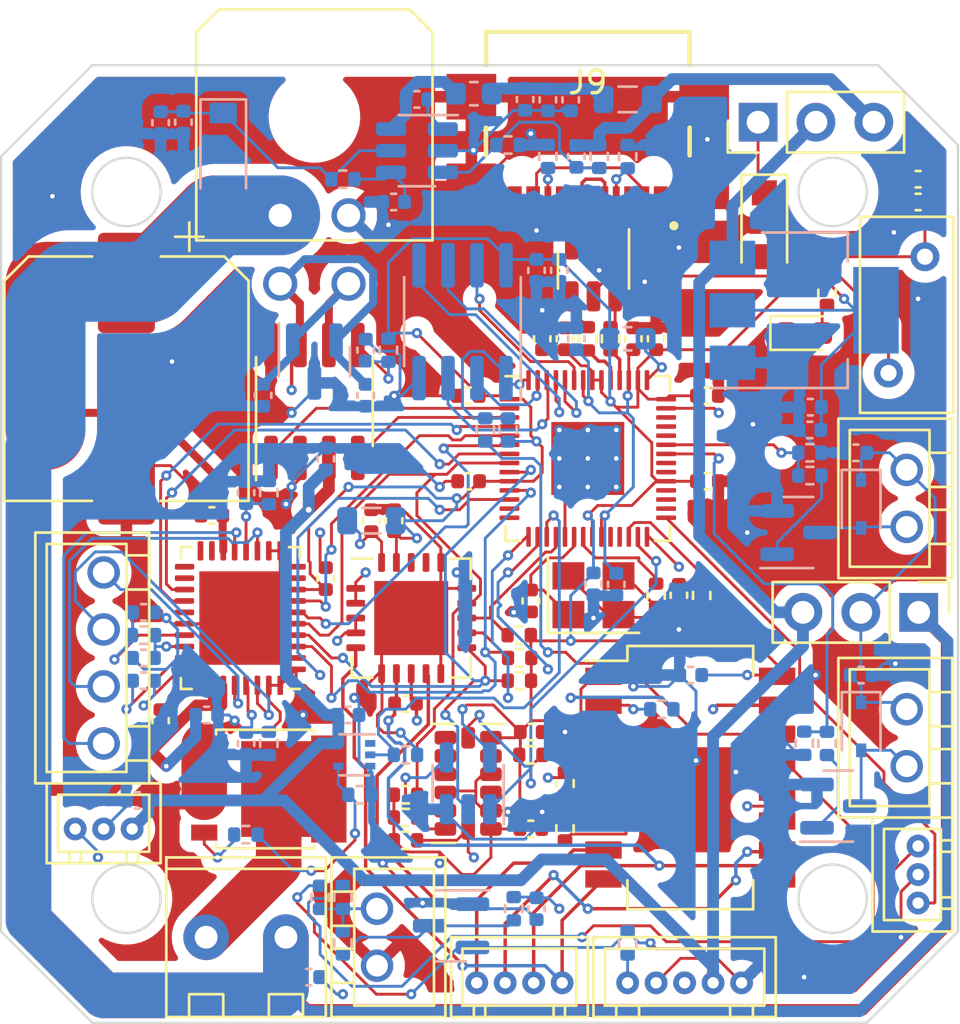
<source format=kicad_pcb>
(kicad_pcb (version 20211014) (generator pcbnew)
  (layers (0 "F.Cu" signal) (1 "In1.Cu" signal) (2 "In2.Cu" signal) (31 "B.Cu" signal) (34 "B.Paste" user) (35 "F.Paste" user) (36 "B.SilkS" user "B.Silkscreen") (37 "F.SilkS" user "F.Silkscreen") (38 "B.Mask" user) (39 "F.Mask" user) (44 "Edge.Cuts" user))
  (net 0 "")
  (net 1 "GND")
  (net 2 "5V")
  (net 3 "Net-(C2-Pad2)")
  (net 4 "CAN_P")
  (net 5 "CAN_N")
  (net 6 "DC_IN")
  (net 7 "Net-(C6-Pad2)")
  (net 8 "Net-(C7-Pad1)")
  (net 9 "Net-(C7-Pad2)")
  (net 10 "3V3")
  (net 11 "Net-(C10-Pad2)")
  (net 12 "Net-(C11-Pad2)")
  (net 13 "Net-(C15-Pad2)")
  (net 14 "Net-(C16-Pad1)")
  (net 15 "Net-(C17-Pad1)")
  (net 16 "Net-(C19-Pad2)")
  (net 17 "Net-(C20-Pad2)")
  (net 18 "Net-(C23-Pad2)")
  (net 19 "Net-(C25-Pad1)")
  (net 20 "Net-(C25-Pad2)")
  (net 21 "Net-(C26-Pad2)")
  (net 22 "Net-(C32-Pad1)")
  (net 23 "1V1")
  (net 24 "Net-(C46-Pad2)")
  (net 25 "Net-(C47-Pad2)")
  (net 26 "Net-(C48-Pad2)")
  (net 27 "RTDIN_P")
  (net 28 "RTDIN_N")
  (net 29 "RUN")
  (net 30 "TH_0")
  (net 31 "Net-(D1-Pad2)")
  (net 32 "Net-(D3-Pad2)")
  (net 33 "USB_5V")
  (net 34 "Net-(D7-Pad3)")
  (net 35 "VBUS")
  (net 36 "DC_5V")
  (net 37 "Net-(J6-Pad1)")
  (net 38 "MOTOR_A2")
  (net 39 "MOTOR_A1")
  (net 40 "Net-(J8-Pad3)")
  (net 41 "Net-(J8-Pad4)")
  (net 43 "Net-(J9-PadB5)")
  (net 44 "Net-(J9-PadA5)")
  (net 46 "DN")
  (net 47 "DP")
  (net 48 "FORCE_P")
  (net 49 "FORCE_N")
  (net 50 "RGB")
  (net 51 "SERVO")
  (net 52 "PROBE")
  (net 53 "RUNOUT")
  (net 54 "Net-(J17-Pad2)")
  (net 55 "SWCLK")
  (net 56 "SWDIO")
  (net 57 "AVDD")
  (net 58 "Net-(Q1-Pad1)")
  (net 59 "Net-(Q2-Pad1)")
  (net 60 "Net-(Q3-Pad4)")
  (net 61 "FAN_0")
  (net 62 "FAN_1")
  (net 63 "HOT_0")
  (net 64 "Net-(R10-Pad2)")
  (net 65 "QSPI_SS")
  (net 66 "USB_N")
  (net 67 "Net-(R18-Pad2)")
  (net 68 "SCK")
  (net 69 "Net-(R23-Pad1)")
  (net 70 "USB_P")
  (net 71 "CS_MAX")
  (net 72 "MOSI")
  (net 73 "430R")
  (net 74 "Net-(R26-Pad2)")
  (net 75 "4300R")
  (net 76 "Net-(R28-Pad2)")
  (net 77 "MOSI_2")
  (net 78 "MISO")
  (net 79 "CS_ADXL")
  (net 80 "ISENSOR")
  (net 81 "CAN_TX")
  (net 82 "CAN_RX")
  (net 84 "CS_E")
  (net 85 "STEP_E")
  (net 86 "DIR_E")
  (net 93 "DIAG1_E")
  (net 94 "EN_E")
  (net 96 "QSPI_SD1")
  (net 97 "QSPI_SD2")
  (net 98 "QSPI_SD0")
  (net 99 "QSPI_SCLK")
  (net 100 "QSPI_SD3")
  (net 117 "Net-(D6-Pad2)")
  (net 118 "CAN_OUT")
  (net 119 "BOOT_IN")
  (net 120 "THO_IN")
  (footprint "Resistor_SMD:R_0402_1005Metric" (layer "F.Cu") (at 99.25 46 -90)
    (fp_text reference "R23" hide)
    (fp_text value "27R" hide)
  )
  (footprint "Package_TO_SOT_SMD:SOT-23-6" (layer "F.Cu") (at 99.5 43 -90)
    (fp_text reference "U7" hide)
    (fp_text value "USBLC6-2SC6" hide)
  )
  (footprint "Resistor_SMD:R_0402_1005Metric" (layer "F.Cu") (at 91.25 68 180)
    (fp_text reference "R32" hide)
    (fp_text value "4.7K" hide)
  )
  (footprint "kicad-parts:A2501WV-2P" (layer "F.Cu") (at 90 72.25 -90)
    (fp_text reference "J17" hide)
    (fp_text value "A2501WV-2P" hide)
  )
  (footprint "Capacitor_SMD:C_0402_1005Metric" (layer "F.Cu") (at 82.75 53.75)
    (fp_text reference "C13" hide)
    (fp_text value "0.1uF" hide)
  )
  (footprint "Resistor_SMD:R_0402_1005Metric" (layer "F.Cu") (at 98.25 67.49 -90)
    (fp_text reference "R26" hide)
    (fp_text value "430R" hide)
  )
  (footprint "kicad-parts:GCT_USB4110-GF-A_REVB" (layer "F.Cu") (at 99.25 38.8125 180)
    (fp_text reference "J9")
    (fp_text value "USB4110-GF-A_REVB" hide)
  )
  (footprint "Capacitor_SMD:C_0402_1005Metric" (layer "F.Cu") (at 87.75 56.52 -90)
    (fp_text reference "C8" hide)
    (fp_text value "0.1uF" hide)
  )
  (footprint "Connector_PinHeader_2.54mm:PinHeader_1x03_P2.54mm_Vertical" (layer "F.Cu") (at 106.725 36.5 90)
    (fp_text reference "J11" hide)
    (fp_text value "Conn_01x03_Male" hide)
  )
  (footprint "Package_DFN_QFN:QFN-36-1EP_5x6mm_P0.5mm_EP3.6x4.1mm" (layer "F.Cu") (at 84 58.25 180)
    (fp_text reference "U3" hide)
    (fp_text value "TMC2130-LA" hide)
  )
  (footprint "Resistor_SMD:R_0402_1005Metric" (layer "F.Cu") (at 96.24 59)
    (fp_text reference "R24" hide)
    (fp_text value "10K" hide)
  )
  (footprint "Button_Switch_SMD:SW_DIP_SPSTx08_Slide_Copal_CHS-08B_W7.62mm_P1.27mm" (layer "F.Cu") (at 103.75 65.25)
    (fp_text reference "SW1" hide)
    (fp_text value "SW_DIP_x08" hide)
  )
  (footprint "Resistor_SMD:R_0402_1005Metric" (layer "F.Cu") (at 96.26 60)
    (fp_text reference "R21" hide)
    (fp_text value "10K" hide)
  )
  (footprint "Package_SO:SOIC-8_3.9x4.9mm_P1.27mm" (layer "F.Cu") (at 87.25 48.75 90)
    (fp_text reference "U1" hide)
    (fp_text value "SN65HVD1050D" hide)
  )
  (footprint "Capacitor_SMD:C_0402_1005Metric" (layer "F.Cu") (at 102.25 46 -90)
    (fp_text reference "C40" hide)
    (fp_text value "0.1uF" hide)
  )
  (footprint "Resistor_SMD:R_0402_1005Metric" (layer "F.Cu") (at 91.25 66 180)
    (fp_text reference "R34" hide)
    (fp_text value "4.7K" hide)
  )
  (footprint "kicad-parts:A1250WV-4P" (layer "F.Cu") (at 96.25 74.25)
    (fp_text reference "J12" hide)
    (fp_text value "A2501WV-4P" hide)
  )
  (footprint "Package_DFN_QFN:QFN-56-1EP_7x7mm_P0.4mm_EP3.2x3.2mm" (layer "F.Cu") (at 99.25 51.25)
    (fp_text reference "U10" hide)
    (fp_text value "RP2040" hide)
  )
  (footprint "kicad-parts:A1250WV-3P" (layer "F.Cu") (at 113.75 69.5 90)
    (fp_text reference "J16" hide)
    (fp_text value "A2501WV-3P" hide)
  )
  (footprint "kicad-parts:A1250WV-5P" (layer "F.Cu") (at 103.5 74.25)
    (fp_text reference "J14" hide)
    (fp_text value "A2501WV-5P" hide)
  )
  (footprint "Connector_PinHeader_2.54mm:PinHeader_1x03_P2.54mm_Vertical" (layer "F.Cu") (at 113.775 58 -90)
    (fp_text reference "J4" hide)
    (fp_text value "Conn_01x03_Male" hide)
  )
  (footprint "Capacitor_SMD:C_0402_1005Metric" (layer "F.Cu") (at 96.75 57.5 90)
    (fp_text reference "C47" hide)
    (fp_text value "10pF" hide)
  )
  (footprint "Package_TO_SOT_SMD:LFPAK56" (layer "F.Cu") (at 85.25 65.75)
    (fp_text reference "Q3" hide)
    (fp_text value "PSMN5R2-60YL" hide)
  )
  (footprint "Resistor_SMD:R_0402_1005Metric" (layer "F.Cu") (at 102.25 57.25 90)
    (fp_text reference "R28" hide)
    (fp_text value "1K" hide)
  )
  (footprint "Resistor_SMD:R_0402_1005Metric" (layer "F.Cu") (at 96.75 64.25 180)
    (fp_text reference "R35" hide)
    (fp_text value "10K" hide)
  )
  (footprint "kicad-parts:A2501WV-4P" (layer "F.Cu") (at 78 60 90)
    (fp_text reference "J8" hide)
    (fp_text value "A2501WV-4P" hide)
  )
  (footprint "Fuse:Fuse_BelFuse_0ZRE0005FF_L8.3mm_W3.8mm" (layer "F.Cu") (at 112.45 47.5 90)
    (fp_text reference "F1" hide)
    (fp_text value "0.5A" hide)
  )
  (footprint "kicad-parts:A1250WV-3P" (layer "F.Cu") (at 78 67.5)
    (fp_text reference "J13" hide)
    (fp_text value "A2501WV-3P" hide)
  )
  (footprint "Capacitor_SMD:C_0402_1005Metric" (layer "F.Cu") (at 96.77 63.25)
    (fp_text reference "C53" hide)
    (fp_text value "0.1uF" hide)
  )
  (footprint "Capacitor_SMD:C_0402_1005Metric" (layer "F.Cu") (at 94.02 52.25)
    (fp_text reference "C41" hide)
    (fp_text value "0.1uF" hide)
  )
  (footprint "Capacitor_SMD:C_0402_1005Metric" (layer "F.Cu") (at 98.25 46 -90)
    (fp_text reference "C38" hide)
    (fp_text value "1uF" hide)
  )
  (footprint "Capacitor_SMD:C_0402_1005Metric" (layer "F.Cu") (at 94 48.5)
    (fp_text reference "C39" hide)
    (fp_text value "0.1uF" hide)
  )
  (footprint "Resistor_SMD:R_0402_1005Metric" (layer "F.Cu") (at 96.25 61)
    (fp_text reference "R25" hide)
    (fp_text value "10K" hide)
  )
  (footprint "Resistor_SMD:R_0402_1005Metric" (layer "F.Cu") (at 100.25 46 90)
    (fp_text reference "R18" hide)
    (fp_text value "27R" hide)
  )
  (footprint "Crystal:Crystal_SMD_3225-4Pin_3.2x2.5mm" (layer "F.Cu") (at 99.5 57.25)
    (fp_text reference "Y1" hide)
    (fp_text value "12MHZ" hide)
  )
  (footprint "Package_DFN_QFN:TQFN-20-1EP_5x5mm_P0.65mm_EP3.25x3.25mm" (layer "F.Cu") (at 91.5 58.25)
    (fp_text reference "U8" hide)
    (fp_text value "MAX31865xTP" hide)
  )
  (footprint "Capacitor_SMD:C_0402_1005Metric" (layer "F.Cu") (at 113.75 39)
    (fp_text reference "C20" hide)
    (fp_text value "10uF" hide)
  )
  (footprint "Resistor_SMD:R_0402_1005Metric" (layer "F.Cu") (at 98.25 65.51 90)
    (fp_text reference "R27" hide)
    (fp_text value "4.3K" hide)
  )
  (footprint "Capacitor_SMD:C_0402_1005Metric" (layer "F.Cu") (at 89.75 53.98 -90)
    (fp_text reference "C46" hide)
    (fp_text value "0.1uF" hide)
  )
  (footprint "Resistor_SMD:R_0402_1005Metric" (layer "F.Cu") (at 104.25 57.26 -90)
    (fp_text reference "R29" hide)
    (fp_text value "10K" hide)
  )
  (footprint "Capacitor_SMD:C_0402_1005Metric" (layer "F.Cu") (at 90.75 53.98 90)
    (fp_text reference "C34" hide)
    (fp_text value "0.1uF" hide)
  )
  (footprint "Capacitor_SMD:CP_Elec_10x14.3" (layer "F.Cu") (at 79 47.75 -90)
    (fp_text reference "C12" hide)
    (fp_text value "100uF" hide)
  )
  (footprint "Capacitor_SMD:C_0402_1005Metric" (layer "F.Cu") (at 101.25 46 -90)
    (fp_text reference "C35" hide)
    (fp_text value "1uF" hide)
  )
  (footprint "Capacitor_SMD:C_0402_1005Metric" (layer "F.Cu") (at 97.25 46 -90)
    (fp_text reference "C42" hide)
    (fp_text value "0.1uF" hide)
  )
  (footprint "Resistor_SMD:R_0402_1005Metric" (layer "F.Cu") (at 91.25 67 180)
    (fp_text reference "R31" hide)
    (fp_text value "4.7K" hide)
  )
  (footprint "Connector_Molex:Molex_Micro-Fit_3.0_43045-0400_2x02_P3.00mm_Horizontal" (layer "F.Cu") (at 85.75 40.585)
    (fp_text reference "J7" hide)
    (fp_text value "Conn_02x02_Odd_Even" hide)
  )
  (footprint "Package_LGA:LGA-14_3x5mm_P0.8mm_LayoutBorder1x6y" (layer "F.Cu") (at 94 65.5 180)
    (fp_text reference "U11" hide)
    (fp_text value "ADXL343" hide)
  )
  (footprint "kicad-parts:A2501WV-2P" (layer "F.Cu") (at 113.25 63.5 90)
    (fp_text reference "J2" hide)
    (fp_text value "FAN_0" hide)
  )
  (footprint "Capacitor_SMD:C_0402_1005Metric" (layer "F.Cu") (at 113.75 40)
    (fp_text reference "C22" hide)
    (fp_text value "0.1uF" hide)
  )
  (footprint "kicad-parts:KF350-2P" (layer "F.Cu") (at 84.25 72.25)
    (fp_text reference "J6" hide)
    (fp_text value "Screw_Terminal_01x02" hide)
  )
  (footprint "Resistor_SMD:R_0402_1005Metric" (layer "F.Cu") (at 109.75 44 -90)
    (fp_text reference "R22" hide)
    (fp_text value "1K" hide)
  )
  (footprint "Capacitor_SMD:C_0402_1005Metric" (layer "F.Cu") (at 91.25 62)
    (fp_text reference "C49" hide)
    (fp_text value "0.1uF" hide)
  )
  (footprint "LED_SMD:LED_0603_1608Metric" (layer "F.Cu") (at 108.75 45.75)
    (fp_text reference "D6" hide)
    (fp_text value "LED" hide)
  )
  (footprint "Capacitor_SMD:C_0402_1005Metric" (layer "F.Cu") (at 103.25 57.25 90)
    (fp_text reference "C48" hide)
    (fp_text value "10pF" hide)
  )
  (footprint "Diode_SMD:D_SOD-123F" (layer "F.Cu") (at 107 41 -90)
    (fp_text reference "D5" hide)
    (fp_text value "DSS14" hide)
  )
  (footprint "Capacitor_SMD:C_0402_1005Metric" (layer "F.Cu") (at 96.75 67.5 180)
    (fp_text reference "C54" hide)
    (fp_text value "0.1uF" hide)
  )
  (footprint "Capacitor_SMD:C_0402_1005Metric" (layer "F.Cu") (at 104.5 52.25 180)
    (fp_text reference "C45" hide)
    (fp_text value "0.1uF" hide)
  )
  (footprint "Capacitor_SMD:C_0402_1005Metric" (layer "F.Cu") (at 80.5 62.75 90)
    (fp_text reference "C6" hide)
    (fp_text value "0.1uF" hide)
  )
  (footprint "Capacitor_SMD:C_0402_1005Metric" (layer "F.Cu") (at 104.5 48.5 180)
    (fp_text reference "C44" hide)
    (fp_text value "0.1uF" hide)
  )
  (footprint "kicad-parts:A2501WV-2P" (layer "F.Cu") (at 113.25 53 90)
    (fp_text reference "J5" hide)
    (fp_text value "FAN_1" hide)
  )
  (footprint "Capacitor_SMD:C_0402_1005Metric" (layer "B.Cu") (at 98.75 38 90)
    (fp_text reference "C32" hide)
    (fp_text value "18uF" hide)
  )
  (footprint "Capacitor_SMD:C_0402_1005Metric" (layer "B.Cu") (at 109 50)
    (fp_text reference "C31" hide)
    (fp_text value "22uF" hide)
  )
  (footprint "Resistor_SMD:R_0402_1005Metric" (layer "B.Cu") (at 109 51)
    (fp_text reference "R5" hide)
    (fp_text value "20K" hide)
  )
  (footprint "Capacitor_SMD:C_0402_1005Metric" (layer "B.Cu") (at 89.5 46.5 -90)
    (fp_text reference "C2" hide)
    (fp_text value "NC" hide)
  )
  (footprint "Capacitor_SMD:C_0402_1005Metric" (layer "B.Cu") (at 91.75 35.5)
    (fp_text reference "C25" hide)
    (fp_text value "0.1uF" hide)
  )
  (footprint "Resistor_SMD:R_0402_1005Metric" (layer "B.Cu") (at 87.5 70.5 90)
    (fp_text reference "R37" hide)
    (fp_text value "4.7K" hide)
  )
  (footprint "Inductor_SMD:L_0805_2012Metric" (layer "B.Cu") (at 101 35.5)
    (fp_text reference "L2" hide)
    (fp_text value "120R 2A" hide)
  )
  (footprint "Diode_SMD:D_SOD-323" (layer "B.Cu") (at 111.25 63 -90)
    (fp_text reference "D1" hide)
    (fp_text value "D_Schottky" hide)
  )
  (footprint "Capacitor_SMD:C_0402_1005Metric" (layer "B.Cu") (at 85 48.48 90)
    (fp_text reference "C4" hide)
    (fp_text value "22pF" hide)
  )
  (footprint "Capacitor_SMD:C_0402_1005Metric" (layer "B.Cu") (at 99.5 56.75 90)
    (fp_text reference "C43" hide)
    (fp_text value "0.1uF" hide)
  )
  (footprint "Capacitor_SMD:C_0402_1005Metric" (layer "B.Cu") (at 109.02 49)
    (fp_text reference "C33" hide)
    (fp_text value "0.1uF" hide)
  )
  (footprint "Resistor_SMD:R_0402_1005Metric" (layer "B.Cu") (at 95.75 37.5 180)
    (fp_text reference "R20" hide)
    (fp_text value "10K" hide)
  )
  (footprint "Capacitor_SMD:C_0402_1005Metric" (layer "B.Cu") (at 89.5 48.48 -90)
    (fp_text reference "C3" hide)
    (fp_text value "22pF" hide)
  )
  (footprint "Resistor_SMD:R_0402_1005Metric" (layer "B.Cu") (at 88.5 70.5 90)
    (fp_text reference "R38" hide)
    (fp_text value "4.12K" hide)
  )
  (footprint "Capacitor_SMD:C_0402_1005Metric" (layer "B.Cu") (at 80.5 36.52 90)
    (fp_text reference "C21" hide)
    (fp_text value "0.1uF" hide)
  )
  (footprint "Package_TO_SOT_SMD:SOT-223-3_TabPin2" (layer "B.Cu") (at 108.75 44.75)
    (fp_text reference "U5" hide)
    (fp_text value "AMS1117-3.3" hide)
  )
  (footprint "Resistor_SMD:R_0402_1005Metric" (layer "B.Cu") (at 85.25 52.75 -90)
    (fp_text reference "R12" hide)
    (fp_text value "0R" hide)
  )
  (footprint "Package_TO_SOT_SMD:SOT-553" (layer "B.Cu") (at 89 64.25 180)
    (fp_text reference "U2" hide)
    (fp_text value "SN74LVC1G14DRL" hide)
  )
  (footprint "Inductor_SMD:L_0603_1608Metric" (layer "B.Cu") (at 94.25 35.25)
    (fp_text reference "L1" hide)
    (fp_text value "10uH" hide)
  )
  (footprint "Package_TO_SOT_SMD:SOT-23-6" (layer "B.Cu") (at 91.75 37.75 180)
    (fp_text reference "U4" hide)
    (fp_text value "LN5016" hide)
  )
  (footprint "Resistor_SMD:R_0402_1005Metric" (layer "B.Cu") (at 108.75 63.74 -90)
    (fp_text reference "R1" hide)
    (fp_text value "20K" hide)
  )
  (footprint "Inductor_SMD:L_0603_1608Metric" (layer "B.Cu") (at 101 46)
    (fp_text reference "L4" hide)
    (fp_text value "120R 100MHz" hide)
  )
  (footprint "Capacitor_SMD:C_0402_1005Metric" (layer "B.Cu") (at 98.5 35.52 90)
    (fp_text reference "C30" hide)
    (fp_text value "0.1uF" hide)
  )
  (footprint "Resistor_SMD:R_0402_1005Metric" (layer "B.Cu") (at 88.5 39 180)
    (fp_text reference "R14" hide)
    (fp_text value "100K" hide)
  )
  (footprint "Capacitor_SMD:C_0402_1005Metric" (layer "B.Cu") (at 79.75 61)
    (fp_text reference "C7" hide)
    (fp_text value "22nF" hide)
  )
  (footprint "Package_TO_SOT_SMD:SOT-23" (layer "B.Cu") (at 93.25 71.75 180)
    (fp_text reference "D7" hide)
    (fp_text value "BAT54S" hide)
  )
  (footprint "Resistor_SMD:R_0402_1005Metric" (layer "B.Cu") (at 102.5 62.25)
    (fp_text reference "R4" hide)
    (fp_text value "120R" hide)
  )
  (footprint "Capacitor_SMD:C_0402_1005Metric" (layer "B.Cu") (at 97 43 -90)
    (fp_text reference "C27" hide)
    (fp_text value "2.2uF" hide)
  )
  (footprint "Resistor_SMD:R_0402_1005Metric" (layer "B.Cu") (at 88.5 72.5 90)
    (fp_text reference "R36" hide)
    (fp_text value "2.37K" hide)
  )
  (footprint "Inductor_SMD:L_0805_2012Metric" (layer "B.Cu") (at 89.75 53.98 180)
    (fp_text reference "L3" hide)
    (fp_text value "120R" hide)
  )
  (footprint "Capacitor_SMD:C_0402_1005Metric" (layer "B.Cu") (at 111.25 60.75 180)
    (fp_text reference "C5" hide)
    (fp_text value "4.7uF" hide)
  )
  (footprint "Package_TO_SOT_SMD:SOT-23" (layer "B.Cu") (at 87.25 47 -90)
    (fp_text reference "D2" hide)
    (fp_text value "SM24CANB" hide)
  )
  (footprint "Resistor_SMD:R_0402_1005Metric" (layer "B.Cu") (at 99.75 38 90)
    (fp_text reference "R19" hide)
    (fp_text value "52.3K" hide)
  )
  (footprint "Capacitor_SMD:C_0402_1005Metric" (layer "B.Cu") (at 103.77 60.75)
    (fp_text reference "C51" hide)
    (fp_text value "0.1uF" hide)
  )
  (footprint "Resistor_SMD:R_0402_1005Metric" (layer "B.Cu") (at 97.5 38 90)
    (fp_text reference "R17" hide)
    (fp_text value "5.1K" hide)
  )
  (footprint "Diode_SMD:D_SOD-323" (layer "B.Cu") (at 111.25 53.25 -90)
    (fp_text reference "D3" hide)
    (fp_text value "D_Schottky" hide)
  )
  (footprint "Resistor_SMD:R_0402_1005Metric" (layer "B.Cu") (at 90.5 46.5 -90)
    (fp_text reference "R3" hide)
    (fp_text value "NC" hide)
  )
  (footprint "Capacitor_SMD:C_0402_1005Metric" (layer "B.Cu") (at 87.75 51.27 -90)
    (fp_text reference "C1" hide)
    (fp_text value "0.1uF" hide)
  )
  (footprint "Capacitor_SMD:C_0402_1005Metric" (layer "B.Cu") (at 100.5 56.77 90)
    (fp_text reference "C36" hide)
    (fp_text value "0.1uF" hide)
  )
  (footprint "Diode_SMD:D_SOD-123" (layer "B.Cu") (at 83.25 37.75 -90)
    (fp_text reference "D4" hide)
    (fp_text value "DSK24" hide)
  )
  (footprint "Package_TO_SOT_SMD:SOT-23" (layer "B.Cu") (at 110.25 66.5)
    (fp_text reference "Q1" hide)
    (fp_text value "ES34000" hide)
  )
  (footprint "Resistor_SMD:R_0402_1005Metric" (layer "B.Cu") (at 84.24 67.75)
    (fp_text reference "R10" hide)
    (fp_text value "20R" hide)
  )
  (footprint "Capacitor_SMD:C_0402_1005Metric" (layer "B.Cu") (at 79.75 60)
    (fp_text reference "C10" hide)
    (fp_text value "470nF" hide)
  )
  (footprint "Resistor_SMD:R_0402_1005Metric" (layer "B.Cu") (at 101 38.01 -90)
    (fp_text reference "R13" hide)
    (fp_text value "5.1K" hide)
  )
  (footprint "Capacitor_SMD:C_0402_1005Metric" (layer "B.Cu") (at 82.52 62.5 180)
    (fp_text reference "C14" hide)
    (fp_text value "0.1uF" hide)
  )
  (footprint "Resistor_SMD:R_0402_1005Metric" (layer "B.Cu") (at 95.75 50 90)
    (fp_text reference "R16" hide)
    (fp_text value "NC" hide)
  )
  (footprint "Resistor_SMD:R_0402_1005Metric" (layer "B.Cu") (at 109.75 63.75 90)
    (fp_text reference "R2" hide)
    (fp_text value "20R" hide)
  )
  (footprint "Resistor_SMD:R_0402_1005Metric" (layer "B.Cu") (at 89.25 66 180)
    (fp_text reference "R9" hide)
    (fp_text value "20K" hide)
  )
  (footprint "Capacitor_SMD:C_0402_1005Metric" (layer "B.Cu") (at 79.75 58 180)
    (fp_text reference "C11" hide)
    (fp_text value "4.7uF" hide)
  )
  (footprint "Capacitor_SMD:C_0402_1005Metric" (layer "B.Cu") (at 84.25 63.75 -90)
    (fp_text reference "C16" hide)
    (fp_text value "0.1uF" hide)
  )
  (footprint "Package_SO:SOIC-8_3.9x4.9mm_P1.27mm" (layer "B.Cu") (at 93.75 45.25 90)
    (fp_text reference "U6" hide)
    (fp_text value "W25Q16" hide)
  )
  (footprint "Capacitor_SMD:C_0402_1005Metric" (layer "B.Cu") (at 90.73 40)
    (fp_text reference "C23" hide)
    (fp_text value "0.1uF" hide)
  )
  (footprint "Capacitor_SMD:C_0402_1005Metric" (layer "B.Cu") (at 97.5 35.52 90)
    (fp_text reference "C28" hide)
    (fp_text value "22uF" hide)
  )
  (footprint "Capacitor_SMD:C_0402_1005Metric" (layer "B.Cu") (at 87 74 180)
    (fp_text reference "C18" hide)
    (fp_text value "22uF" hide)
  )
  (footprint "Capacitor_SMD:C_0402_1005Metric" (layer "B.Cu") (at 96.5 35.5 90)
    (fp_text reference "C26" hide)
    (fp_text value "22uF" hide)
  )
  (footprint "Capacitor_SMD:C_0402_1005Metric" (layer "B.Cu") (at 98 43 90)
    (fp_text reference "C29" hide)
    (fp_text value "0.1uF" hide)
  )
  (footprint "Resistor_SMD:R_0402_1005Metric" (layer "B.Cu") (at 85.25 63.75 90)
    (fp_text reference "R11" hide)
    (fp_text value "0R" hide)
  )
  (footprint "Capacitor_SMD:C_0402_1005Metric" (layer "B.Cu") (at 111.02 51)
    (fp_text reference "C15" hide)
    (fp_text value "4.7uF" hide)
  )
  (footprint "Resistor_SMD:R_0402_1005Metric" (layer "B.Cu") (at 79.75 59 180)
    (fp_text reference "R8" hide)
    (fp_text value "2R2" hide)
  )
  (footprint "Capacitor_SMD:C_0402_1005Metric" (layer "B.Cu") (at 84.25 52.75 90)
    (fp_text reference "C17" hide)
    (fp_text value "0.1uF" hide)
  )
  (footprint "Resistor_SMD:R_0402_1005Metric" (layer "B.Cu") (at 94.75 50 90)
    (fp_text reference "R15" hide)
    (fp_text value "1K" hide)
  )
  (footprint "Resistor_SMD:R_0402_1005Metric" (layer "B.Cu") (at 96 71 -90)
    (fp_text reference "R33" hide)
    (fp_text value "2.37K" hide)
  )
  (footprint "Resistor_SMD:R_0402_1005Metric" (layer "B.Cu") (at 91.25 64.25 180)
    (fp_text reference "R7" hide)
    (fp_text value "10K" hide)
  )
  (footprint "Capacitor_SMD:C_0402_1005Metric" (layer "B.Cu") (at 98.75 46 -90)
    (fp_text reference "C37" hide)
    (fp_text value "0.1uF" hide)
  )
  (footprint "Resistor_SMD:R_0402_1005Metric" (layer "B.Cu") (at 101 72.5 90)
    (fp_text reference "R30" hide)
    (fp_text value "4.7K" hide)
  )
  (footprint "Capacitor_SMD:C_0402_1005Metric" (layer "B.Cu") (at 97 71 -90)
    (fp_text reference "C52" hide)
    (fp_text value "0.1uF" hide)
  )
  (footprint "Capacitor_SMD:C_0402_1005Metric" (layer "B.Cu") (at 79.48 66.25 180)
    (fp_text reference "C50" hide)
    (fp_text value "1uF" hide)
  )
  (footprint "Package_TO_SOT_SMD:SOT-23-5" (layer "B.Cu") (at 94 65.5 90)
    (fp_text reference "U9" hide)
    (fp_text value "SN74LVC1G32DVBR" hide)
  )
  (footprint "Capacitor_SMD:C_0402_1005Metric" (layer "B.Cu") (at 81.5 36.5 90)
    (fp_text reference "C19" hide)
    (fp_text value "22uF" hide)
  )
  (footprint "Resistor_SMD:R_0402_1005Metric" (layer "B.Cu") (at 109 52 180)
    (fp_text reference "R6" hide)
    (fp_text value "20R" hide)
  )
  (footprint "Capacitor_SMD:C_0402_1005Metric" (layer "B.Cu") (at 88.73 62.5 180)
    (fp_text reference "C9" hide)
    (fp_text value "0.1uF" hide)
  )
  (footprint "Package_TO_SOT_SMD:SOT-23" (layer "B.Cu") (at 108.5 54.5)
    (fp_text reference "Q2" hide)
    (fp_text value "ES34000" hide)
  )
  (gr_line (start 77.5 76) (end 111.5 76) (layer "Edge.Cuts") (width 0.1))
  (gr_line (start 112 34) (end 77.5 34) (layer "Edge.Cuts") (width 0.1))
  (gr_line (start 115.5 72) (end 115.5 37.5) (layer "Edge.Cuts") (width 0.1))
  (gr_circle (center 110 70.56) (end 111.5 70.56) (layer "Edge.Cuts") (width 0.1) (fill none))
  (gr_circle (center 79 39.56) (end 80.5 39.56) (layer "Edge.Cuts") (width 0.1) (fill none))
  (gr_circle (center 79 70.56) (end 80.5 70.56) (layer "Edge.Cuts") (width 0.1) (fill none))
  (gr_circle (center 110 39.56) (end 111.5 39.56) (layer "Edge.Cuts") (width 0.1) (fill none))
  (gr_line (start 73.5 38) (end 73.5 72) (layer "Edge.Cuts") (width 0.1))
  (gr_line (start 112 34) (end 115.5 37.5) (layer "Edge.Cuts") (width 0.1))
  (gr_line (start 77.5 34) (end 73.5 38) (layer "Edge.Cuts") (width 0.1))
  (gr_line (start 77.5 76) (end 73.5 72) (layer "Edge.Cuts") (width 0.1))
  (gr_line (start 115.5 72) (end 111.5 76) (layer "Edge.Cuts") (width 0.1))
  (segment (start 98.9495 61.3755) (end 98.9495 62.6995) (width 0.127) (layer "F.Cu") (net 1))
  (segment (start 113.75 69.5) (end 113 70.25) (width 0.127) (layer "F.Cu") (net 1))
  (segment (start 100.805 60.805) (end 101.25 61.25) (width 0.127) (layer "F.Cu") (net 1))
  (segment (start 102.25 74.25) (end 103.324202 73.175798) (width 0.127) (layer "F.Cu") (net 1))
  (segment (start 92.8 60.6875) (end 92.8 59.55) (width 0.127) (layer "F.Cu") (net 1))
  (segment (start 98.25 54.6875) (end 98.25 52.75) (width 0.127) (layer "F.Cu") (net 1))
  (segment (start 92.8 59.55) (end 91.5 58.25) (width 0.127) (layer "F.Cu") (net 1))
  (segment (start 86 53.25) (end 86 55.05) (width 0.127) (layer "F.Cu") (net 1))
  (segment (start 96.02 57.98) (end 96 58) (width 0.127) (layer "F.Cu") (net 1))
  (segment (start 85.75 62.381281) (end 85.75 62.75) (width 0.127) (layer "F.Cu") (net 1))
  (segment (start 81 58.5) (end 81.55 58.5) (width 0.127) (layer "F.Cu") (net 1))
  (segment (start 86.45 60.5) (end 86 60.5) (width 0.127) (layer "F.Cu") (net 1))
  (segment (start 103.324202 73.175798) (end 104.925798 73.175798) (width 0.127) (layer "F.Cu") (net 1))
  (segment (start 99.94 60.805) (end 99.52 60.805) (width 0.127) (layer "F.Cu") (net 1))
  (segment (start 86.615 51.225) (end 86.615 52.135) (width 0.127) (layer "F.Cu") (net 1))
  (segment (start 80.75 58.25) (end 81 58.5) (width 0.127) (layer "F.Cu") (net 1))
  (segment (start 106.381685 41.334185) (end 104.36 39.3125) (width 0.127) (layer "F.Cu") (net 1))
  (segment (start 85.25 55.3) (end 85.75 55.3) (width 0.127) (layer "F.Cu") (net 1))
  (segment (start 94.4375 39.3125) (end 94.14 39.3125) (width 0.127) (layer "F.Cu") (net 1))
  (segment (start 109.25 60.75) (end 109.75 60.25) (width 0.127) (layer "F.Cu") (net 1))
  (segment (start 86 60.5) (end 84 58.5) (width 0.127) (layer "F.Cu") (net 1))
  (segment (start 86.45 60.5) (end 86.45 62.2) (width 0.127) (layer "F.Cu") (net 1))
  (segment (start 87.75 56.04) (end 87.5 55.79) (width 0.127) (layer "F.Cu") (net 1))
  (segment (start 84.25 63.25) (end 83.75 62.75) (width 0.127) (layer "F.Cu") (net 1))
  (segment (start 79.3875 51.5625) (end 79 51.95) (width 0.127) (layer "F.Cu") (net 1))
  (segment (start 86 55.05) (end 85.75 55.3) (width 0.127) (layer "F.Cu") (net 1))
  (segment (start 104.98 52.25) (end 104.98 53.23) (width 0.127) (layer "F.Cu") (net 1))
  (segment (start 90.75 53.5) (end 91.14079 53.5) (width 0.127) (layer "F.Cu") (net 1))
  (segment (start 81.55 58.5) (end 83.75 58.5) (width 0.127) (layer "F.Cu") (net 1))
  (segment (start 100.6 58.1) (end 99.65 58.1) (width 0.127) (layer "F.Cu") (net 1))
  (segment (start 89 61.75) (end 90.0625 60.6875) (width 0.127) (layer "F.Cu") (net 1))
  (segment (start 95 65.1) (end 94.65 65.1) (width 0.127) (layer "F.Cu") (net 1))
  (segment (start 85.75 55.3) (end 85.75 56.5) (width 0.127) (layer "F.Cu") (net 1))
  (segment (start 82.27 53.75) (end 82.27 52.901281) (width 0.127) (layer "F.Cu") (net 1))
  (segment (start 82.66 63.84) (end 82.415 63.84) (width 0.127) (layer "F.Cu") (net 1))
  (segment (start 98.4 56.4) (end 100.1 58.1) (width 0.127) (layer "F.Cu") (net 1))
  (segment (start 104.925798 73.175798) (end 106 74.25) (width 0.127) (layer "F.Cu") (net 1))
  (segment (start 90.2 59.55) (end 91.5 58.25) (width 0.127) (layer "F.Cu") (net 1))
  (segment (start 80.931219 51.5625) (end 79.3875 51.5625) (width 0.127) (layer "F.Cu") (net 1))
  (segment (start 104 64.5) (end 105.5 64.5) (width 0.127) (layer "F.Cu") (net 1))
  (segment (start 95 66.7) (end 95.7 66.7) (width 0.127) (layer "F.Cu") (net 1))
  (segment (start 83.75 62.75) (end 82.66 63.84) (width 0.127) (layer "F.Cu") (net 1))
  (segment (start 93.22204 65.8345) (end 94.3345 65.8345) (width 0.127) (layer "F.Cu") (net 1))
  (segment (start 103.025 39.3125) (end 102.45 39.8875) (width 0.127) (layer "F.Cu") (net 1))
  (segment (start 99.595 63.345) (end 99.94 63.345) (width 0.127) (layer "F.Cu") (net 1))
  (segment (start 90.0625 60.6875) (end 90.2 60.6875) (width 0.127) (layer "F.Cu") (net 1))
  (segment (start 99.5 41.8625) (end 99.5 42.75) (width 0.127) (layer "F.Cu") (net 1))
  (segment (start 85.75 61.2) (end 86.45 60.5) (width 0.127) (layer "F.Cu") (net 1))
  (segment (start 82.415 63.84) (end 82.415 66.11) (width 2) (layer "F.Cu") (net 1))
  (segment (start 90.0167 63) (end 90.296656 63.279956) (width 0.127) (layer "F.Cu") (net 1))
  (segment (start 102.7595 58.2205) (end 100.7205 58.2205) (width 0.127) (layer "F.Cu") (net 1))
  (segment (start 93.52 48.5) (end 90.75 48.5) (width 0.127) (layer "F.Cu") (net 1))
  (segment (start 94.3345 65.4155) (end 94.3345 65.8345) (width 0.127) (layer "F.Cu") (net 1))
  (segment (start 90.2 60.6875) (end 90.2169 60.7044) (width 0.127) (layer "F.Cu") (net 1))
  (segment (start 86.45 62.2) (end 86.75 62.5) (width 0.127) (layer "F.Cu") (net 1))
  (segment (start 85.345 48.345) (end 86.25 49.25) (width 0.127) (layer "F.Cu") (net 1))
  (segment (start 99.94 60.805) (end 100.805 60.805) (width 0.127) (layer "F.Cu") (net 1))
  (segment (start 92 70.75) (end 90.25 69) (width 0.127) (layer "F.Cu") (net 1))
  (segment (start 92.8 55.8125) (end 92.8 56.95) (width 0.127) (layer "F.Cu") (net 1))
  (segment (start 113 71.25) (end 113 72.25) (width 0.127) (layer "F.Cu") (net 1))
  (segment (start 90.0167 62.5) (end 90.0167 63) (width 0.127) (layer "F.Cu") (net 1))
  (segment (start 85.25 61.2) (end 85.25 61.881281) (width 0.127) (layer "F.Cu") (net 1))
  (segment (start 92.8 56.95) (end 91.5 58.25) (width 0.127) (layer "F.Cu") (net 1))
  (segment (start 96.75 57.98) (end 96.02 57.98) (width 0.127) (layer "F.Cu") (net 1))
  (segment (start 85.75 56.5) (end 84 58.25) (width 0.127) (layer "F.Cu") (net 1))
  (segment (start 82.27 52.901281) (end 80.931219 51.5625) (width 0.127) (layer "F.Cu") (net 1))
  (segment (start 105.75 64.75) (end 105.75 65) (width 0.127) (layer "F.Cu") (net 1))
  (segment (start 91.14079 53.5) (end 92.8 55.15921) (width 0.127) (layer "F.Cu") (net 1))
  (segment (start 94.65 65.1) (end 94.3345 65.4155) (width 0.127) (layer "F.Cu") (net 1))
  (segment (start 93.9375 56.95) (end 93.9375 56.6875) (width 0.127) (layer "F.Cu") (net 1))
  (segment (start 93 52.25) (end 92.75 52.5) (width 0.127) (layer "F.Cu") (net 1))
  (segment (start 104.36 39.3125) (end 103.025 39.3125) (width 0.127) (layer "F.Cu") (net 1))
  (segment (start 96.75 37) (end 94.4375 39.3125) (width 0.127) (layer "F.Cu") (net 1))
  (segment (start 86.615 52.135) (end 86.25 52.5) (width 0.127) (layer "F.Cu") (net 1))
  (segment (start 105.5 64.5) (end 105.75 64.75) (width 0.127) (layer "F.Cu") (net 1))
  (segment (start 99.5 42.75) (end 99.75 43) (width 0.127) (layer "F.Cu") (net 1))
  (segment (start 93 65.9) (end 93.15654 65.9) (width 0.127) (layer "F.Cu") (net 1))
  (segment (start 109.75 60.25) (end 112.75 60.25) (width 0.127) (layer "F.Cu") (net 1))
  (segment (start 94.3345 66.3345) (end 94.7 66.7) (width 0.127) (layer "F.Cu") (net 1))
  (segment (start 100.1 58.1) (end 100.6 58.1) (width 0.127) (layer "F.Cu") (net 1))
  (segment (start 100.7205 58.2205) (end 100.6 58.1) (width 0.127) (layer "F.Cu") (net 1))
  (segment (start 95.7 66.7) (end 95.75 66.75) (width 0.127) (layer "F.Cu") (net 1))
  (segment (start 90.296656 63.279956) (end 91.034016 63.279956) (width 0.127) (layer "F.Cu") (net 1))
  (segment (start 97.25 67.48) (end 97.23 67.5) (width 0.127) (layer "F.Cu") (net 1))
  (segment (start 85.345 46.275) (end 85.345 48.345) (width 0.127) (layer "F.Cu") (net 1))
  (segment (start 93.9375 56.95) (end 92.8 56.95) (width 0.127) (layer "F.Cu") (net 1))
  (segment (start 85.25 61.881281) (end 85.75 62.381281) (width 0.127) (layer "F.Cu") (net 1))
  (segment (start 93.54 52.25) (end 93 52.25) (width 0.127) (layer "F.Cu") (net 1))
  (segment (start 103.25 57.73) (end 102.7595 58.2205) (width 0.127) (layer "F.Cu") (net 1))
  (segment (start 94.14 39.3125) (end 95.475 39.3125) (width 0.127) (layer "F.Cu") (net 1))
  (segment (start 103.25 57.73) (end 103.25 58.75) (width 0.127) (layer "F.Cu") (net 1))
  (segment (start 83.75 58.5) (end 84 58.25) (width 0.127) (layer "F.Cu") (net 1))
  (segment (start 98.25 52.75) (end 98 52.5) (width 0.127) (layer "F.Cu") (net 1))
  (segment (start 90.2169 62.2998) (end 90.0167 62.5) (width 0.127) (layer "F.Cu") (net 1))
  (segment (start 94.7 66.7) (end 95 66.7) (width 0.127) (layer "F.Cu") (net 1))
  (segment (start 95.475 39.3125) (end 96.05 39.8875) (width 0.127) (layer "F.Cu") (net 1))
  (segment (start 93.9375 56.6875) (end 93.5 56.25) (width 0.127) (layer "F.Cu") (net 1))
  (segment (start 97.25 66.75) (end 97.25 67.48) (width 0.127) (layer "F.Cu") (net 1))
  (segment (start 112.685815 41.334185) (end 106.381685 41.334185) (width 0.127) (layer "F.Cu") (net 1))
  (segment (start 85.25 63.25) (end 84.25 63.25) (width 0.127) (layer "F.Cu") (net 1))
  (segment (start 92.8 55.15921) (end 92.8 55.8125) (width 0.127) (layer "F.Cu") (net 1))
  (segment (start 99.65 58.1) (end 99.5 58.25) (width 0.127) (layer "F.Cu") (net 1))
  (segment (start 87.5 55.79) (end 87.5 54.5) (width 0.127) (layer "F.Cu") (net 1))
  (segment (start 90.2169 60.7044) (end 90.2169 62.2998) (width 0.127) (layer "F.Cu") (net 1))
  (segment (start 113 70.25) (end 113 71.25) (width 0.127) (layer "F.Cu") (net 1))
  (segment (start 85.25 61.2) (end 85.75 61.2) (width 0.127) (layer "F.Cu") (net 1))
  (segment (start 99.52 60.805) (end 98.9495 61.3755) (width 0.127) (layer "F.Cu") (net 1))
  (segment (start 97.25 63.25) (end 98.25 63.25) (width 0.127) (layer "F.Cu") (net 1))
  (segment (start 98.9495 62.6995) (end 99.595 63.345) (width 0.127) (layer "F.Cu") (net 1))
  (segment (start 85.75 62.75) (end 85.25 63.25) (width 0.127) (layer "F.Cu") (net 1))
  (segment (start 104.98 53.23) (end 106.25 54.5) (width 0.127) (layer "F.Cu") (net 1))
  (segment (start 93.15654 65.9) (end 93.22204 65.8345) (width 0.127) (layer "F.Cu") (net 1))
  (segment (start 84 58.5) (end 84 58.25) (width 0.127) (layer "F.Cu") (net 1))
  (segment (start 90.2 60.6875) (end 90.2 59.55) (width 0.127) (layer "F.Cu") (net 1))
  (segment (start 94.3345 65.8345) (end 94.3345 66.3345) (width 0.127) (layer "F.Cu") (net 1))
  (via (at 97.25 66.75) (size 0.45) (drill 0.2) (layers "F.Cu" "B.Cu") (net 1))
  (via (at 99.25 50) (size 0.45) (drill 0.2) (layers "F.Cu" "B.Cu") (net 1))
  (via (at 75.75 39.75) (size 0.45) (drill 0.2) (layers "F.Cu" "B.Cu") (net 1))
  (via (at 101.25 61.25) (size 0.45) (drill 0.2) (layers "F.Cu" "B.Cu") (net 1))
  (via (at 86.25 49.25) (size 0.45) (drill 0.2) (layers "F.Cu" "B.Cu") (net 1))
  (via (at 105.75 65) (size 0.45) (drill 0.2) (layers "F.Cu" "B.Cu") (net 1))
  (via (at 94.229836 37.729836) (size 0.45) (drill 0.2) (layers "F.Cu" "B.Cu") (net 1))
  (via (at 92 70.75) (size 0.45) (drill 0.2) (layers "F.Cu" "B.Cu") (net 1))
  (via (at 89 61.75) (size 0.45) (drill 0.2) (layers "F.Cu" "B.Cu") (net 1))
  (via (at 100.5 50) (size 0.45) (drill 0.2) (layers "F.Cu" "B.Cu") (net 1))
  (via (at 90.25 69) (size 0.45) (drill 0.2) (layers "F.Cu" "B.Cu") (net 1))
  (via (at 99.25 52.5) (size 0.45) (drill 0.2) (layers "F.Cu" "B.Cu") (net 1))
  (via (at 90.75 48.5) (size 0.45) (drill 0.2) (layers "F.Cu" "B.Cu") (net 1))
  (via (at 87.5 54.5) (size 0.45) (drill 0.2) (layers "F.Cu" "B.Cu") (net 1))
  (via (at 98.25 63.25) (size 0.45) (drill 0.2) (layers "F.Cu" "B.Cu") (net 1))
  (via (at 83.75 62.75) (size 0.45) (drill 0.2) (layers "F.Cu" "B.Cu") (net 1))
  (via (at 88.5 74.75) (size 0.45) (drill 0.2) (layers "F.Cu" "B.Cu") (net 1))
  (via (at 103.25 42) (size 0.45) (drill 0.2) (layers "F.Cu" "B.Cu") (net 1))
  (via (at 96.75 37) (size 0.45) (drill 0.2) (layers "F.Cu" "B.Cu") (net 1))
  (via (at 96 58) (size 0.45) (drill 0.2) (layers "F.Cu" "B.Cu") (net 1))
  (via (at 97 41.25) (size 0.45) (drill 0.2) (layers "F.Cu" "B.Cu") (net 1))
  (via (at 98 52.5) (size 0.45) (drill 0.2) (layers "F.Cu" "B.Cu") (net 1))
  (via (at 92.75 52.5) (size 0.45) (drill 0.2) (layers "F.Cu" "B.Cu") (net 1))
  (via (at 98 51.25) (size 0.45) (drill 0.2) (layers "F.Cu" "B.Cu") (net 1))
  (via (at 113.75 44.25) (size 0.45) (drill 0.2) (layers "F.Cu" "B.Cu") (net 1))
  (via (at 86.75 62.5) (size 0.45) (drill 0.2) (layers "F.Cu" "B.Cu") (net 1))
  (via (at 93.5 56.25) (size 0.45) (drill 0.2) (layers "F.Cu" "B.Cu") (net 1))
  (via (at 98 50) (size 0.45) (drill 0.2) (layers "F.Cu" "B.Cu") (net 1))
  (via (at 86 53.25) (size 0.45) (drill 0.2) (layers "F.Cu" "B.Cu") (net 1))
  (via (at 91.034016 63.279956) (size 0.45) (drill 0.2) (layers "F.Cu" "B.Cu") (net 1))
  (via (at 99.25 51.25) (size 0.45) (drill 0.2) (layers "F.Cu" "B.Cu") (net 1))
  (via (at 80.75 58.25) (size 0.45) (drill 0.2) (layers "F.Cu" "B.Cu") (net 1))
  (via (at 112.685815 41.334185) (size 0.45) (drill 0.2) (layers "F.Cu" "B.Cu") (net 1))
  (via (at 101.75 43.5) (size 0.45) (drill 0.2) (layers "F.Cu" "B.Cu") (net 1))
  (via (at 99.75 43) (size 0.45) (drill 0.2) (layers "F.Cu" "B.Cu") (net 1))
  (via (at 113 72.25) (size 0.45) (drill 0.2) (layers "F.Cu" "B.Cu") (net 1))
  (via (at 104.5 37.25) (size 0.45) (drill 0.2) (layers "F.Cu" "B.Cu") (net 1))
  (via (at 100.5 52.5) (size 0.45) (drill 0.2) (layers "F.Cu" "B.Cu") (net 1))
  (via (at 112.75 60.25) (size 0.45) (drill 0.2) (layers "F.Cu" "B.Cu") (net 1))
  (via (at 104 64.5) (size 0.45) (drill 0.2) (layers "F.Cu" "B.Cu") (net 1))
  (via (at 97.25 44.75) (size 0.45) (drill 0.2) (layers "F.Cu" "B.Cu") (net 1))
  (via (at 109.25 60.75) (size 0.45) (drill 0.2) (layers "F.Cu" "B.Cu") (net 1))
  (via (at 108.75 74) (size 0.45) (drill 0.2) (layers "F.Cu" "B.Cu") (net 1))
  (via (at 86.25 52.5) (size 0.45) (drill 0.2) (layers "F.Cu" "B.Cu") (net 1))
  (via (at 106.25 54.5) (size 0.45) (drill 0.2) (layers "F.Cu" "B.Cu") (net 1))
  (via (at 100.5 51.25) (size 0.45) (drill 0.2) (layers "F.Cu" "B.Cu") (net 1))
  (via (at 99.5 58.25) (size 0.45) (drill 0.2) (layers "F.Cu" "B.Cu") (net 1))
  (via (at 90.5 41) (size 0.45) (drill 0.2) (layers "F.Cu" "B.Cu") (net 1))
  (via (at 95.75 66.75) (size 0.45) (drill 0.2) (layers "F.Cu" "B.Cu") (net 1))
  (via (at 106.5 49.75) (size 0.45) (drill 0.2) (layers "F.Cu" "B.Cu") (net 1))
  (via (at 103.25 58.75) (size 0.45) (drill 0.2) (layers "F.Cu" "B.Cu") (net 1))
  (via (at 81 47) (size 0.45) (drill 0.2) (layers "F.Cu" "B.Cu") (net 1))
  (segment (start 80 60.5) (end 80.75 60.5) (width 0.127) (layer "B.Cu") (net 1))
  (segment (start 94.3875 71) (end 94.1875 70.8) (width 0.127) (layer "B.Cu") (net 1))
  (segment (start 89.21 62.5) (end 89.21 61.96) (width 0.127) (layer "B.Cu") (net 1))
  (segment (start 95.979673 35.98) (end 96.5 35.98) (width 0.127) (layer "B.Cu") (net 1))
  (segment (start 96.5 35.98) (end 97.48 35.98) (width 0.127) (layer "B.Cu") (net 1))
  (segment (start 89.7 65.94) (end 89.7 64.75) (width 0.127) (layer "B.Cu") (net 1))
  (segment (start 97.5 37.49) (end 97.24 37.49) (width 0.127) (layer "B.Cu") (net 1))
  (segment (start 102.75 63.25) (end 104 64.5) (width 0.127) (layer "B.Cu") (net 1))
  (segment (start 89.76 66) (end 89.76 68.51) (width 0.127) (layer "B.Cu") (net 1))
  (segment (start 99.75 43) (end 101.25 43) (width 0.127) (layer "B.Cu") (net 1))
  (segment (start 112.75 60.25) (end 112.23 60.25) (width 0.127) (layer "B.Cu") (net 1))
  (segment (start 103.29 60.75) (end 104 61.46) (width 0.127) (layer "B.Cu") (net 1))
  (segment (start 93.05 66.6375) (end 93.05 66.83154) (width 0.127) (layer "B.Cu") (net 1))
  (segment (start 104 61.46) (end 104 64.5) (width 0.127) (layer "B.Cu") (net 1))
  (segment (start 109.51 50.99) (end 108.52 50) (width 0.127) (layer "B.Cu") (net 1))
  (segment (start 86.25 52.5) (end 86.25 53) (width 0.127) (layer "B.Cu") (net 1))
  (segment (start 91.76 64.024854) (end 91.034016 63.29887) (width 0.127) (layer "B.Cu") (net 1))
  (segment (start 92.8875 37.75) (end 94.209673 37.75) (width 0.127) (layer "B.Cu") (net 1))
  (segment (start 107.5 62.5) (end 109.25 60.75) (width 0.127) (layer "B.Cu") (net 1))
  (segment (start 107.5 63.25) (end 107.5 62.5) (width 0.127) (layer "B.Cu") (net 1))
  (segment (start 88.23 74.75) (end 87.48 74) (width 0.127) (layer "B.Cu") (net 1))
  (segment (start 108.5 64.25) (end 107.5 63.25) (width 0.127) (layer "B.Cu") (net 1))
  (segment (start 97.24 37.49) (end 96.75 37) (width 0.127) (layer "B.Cu") (net 1))
  (segment (start 86.25 52.29) (end 87.75 50.79) (width 0.127) (layer "B.Cu") (net 1))
  (segment (start 97.25 67.1971) (end 97.25 66.75) (width 0.127) (layer "B.Cu") (net 1))
  (segment (start 88.23 74.75) (end 88.5 74.75) (width 0.127) (layer "B.Cu") (net 1))
  (segment (start 92.75 52.5) (end 91.04 50.79) (width 0.127) (layer "B.Cu") (net 1))
  (segment (start 83.5 62.5) (end 83.75 62.75) (width 0.127) (layer "B.Cu") (net 1))
  (segment (start 91.04 50.79) (end 87.75 50.79) (width 0.127) (layer "B.Cu") (net 1))
  (segment (start 80.23 58) (end 80.5 58) (width 0.127) (layer "B.Cu") (net 1))
  (segment (start 101.25 43) (end 101.75 43.5) (width 0.127) (layer "B.Cu") (net 1))
  (segment (start 91.0105 46.740173) (end 91.0105 48.2395) (width 0.127) (layer "B.Cu") (net 1))
  (segment (start 96.52 71) (end 94.3875 71) (width 0.127) (layer "B.Cu") (net 1))
  (segment (start 79.9895 60.4895) (end 80 60.5) (width 0.127) (layer "B.Cu") (net 1))
  (segment (start 81.25 60) (end 81.25 58.75) (width 0.127) (layer "B.Cu") (net 1))
  (segment (start 97.48 35.98) (end 97.5 36) (width 0.127) (layer "B.Cu") (net 1))
  (segment (start 91.034016 63.29887) (end 91.034016 63.279956) (width 0.127) (layer "B.Cu") (net 1))
  (segment (start 91.07 48.5) (end 91.845 47.725) (width 0.127) (layer "B.Cu") (net 1))
  (segment (start 81.25 58.75) (end 80.75 58.25) (width 0.127) (layer "B.Cu") (net 1))
  (segment (start 92.05 70.8) (end 92 70.75) (width 0.127) (layer "B.Cu") (net 1))
  (segment (start 79 66.5) (end 78 67.5) (width 0.127) (layer "B.Cu") (net 1))
  (segment (start 97.5 36) (end 98.5 36) (width 0.127) (layer "B.Cu") (net 1))
  (segment (start 80.75 60.5) (end 81.25 60) (width 0.127) (layer "B.Cu") (net 1))
  (segment (start 112.23 60.25) (end 111.73 60.75) (width 0.127) (layer "B.Cu") (net 1))
  (segment (start 86.25 49.25) (end 87.25 48.25) (width 0.127) (layer "B.Cu") (net 1))
  (segment (start 89.7 64.75) (end 89.348 64.75) (width 0.127) (layer "B.Cu") (net 1))
  (segment (start 83 62.5) (end 83.5 62.5) (width 0.127) (layer "B.Cu") (net 1))
  (segment (start 101.25 61.25) (end 102.79 61.25) (width 0.127) (layer "B.Cu") (net 1))
  (segment (start 90.0295 46.5495) (end 90.819827 46.5495) (width 0.127) (layer "B.Cu") (net 1))
  (segment (start 89.21 64.612) (end 89.21 62.5) (width 0.127) (layer "B.Cu") (net 1))
  (segment (start 96.5 67.9471) (end 97.25 67.1971) (width 0.127) (layer "B.Cu") (net 1))
  (segment (start 106.5 64.25) (end 108.75 64.25) (width 0.127) (layer "B.Cu") (net 1))
  (segment (start 86.25 52.5) (end 86.25 52.29) (width 0.127) (layer "B.Cu") (net 1))
  (segment (start 97 71.48) (end 96.52 71) (width 0.127) (layer "B.Cu") (net 1))
  (segment (start 95.75 66.75) (end 97.25 66.75) (width 0.127) (layer "B.Cu") (net 1))
  (segment (start 98.25 63.25) (end 102.75 63.25) (width 0.127) (layer "B.Cu") (net 1))
  (segment (start 91.76 64.25) (end 91.76 64.024854) (width 0.127) (layer "B.Cu") (net 1))
  (segment (start 108.75 64.25) (end 108.5 64.25) (width 0.127) (layer "B.Cu") (net 1))
  (segment (start 89.348 64.75) (end 89.21 64.612) (width 0.127) (layer "B.Cu") (net 1))
  (segment (start 94.1875 70.8) (end 92.05 70.8) (width 0.127) (layer "B.Cu") (net 1))
  (segment (start 93.05 66.83154) (end 94.16556 67.9471) (width 0.127) (layer "B.Cu") (net 1))
  (segment (start 94.16556 67.9471) (end 96.5 67.9471) (width 0.127) (layer "B.Cu") (net 1))
  (segment (start 105.75 65) (end 106.5 64.25) (width 0.127) (layer "B.Cu") (net 1))
  (segment (start 79 66.25) (end 79 66.5) (width 0.127) (layer "B.Cu") (net 1))
  (segment (start 91.0105 48.2395) (end 90.75 48.5) (width 0.127) (layer "B.Cu") (net 1))
  (segment (start 89.5 46.02) (end 90.0295 46.5495) (width 0.127) (layer "B.Cu") (net 1))
  (segment (start 102.79 61.25) (end 103.29 60.75) (width 0.127) (layer "B.Cu") (net 1))
  (segment (start 89.21 61.96) (end 89 61.75) (width 0.127) (layer "B.Cu") (net 1))
  (segment (start 94.209673 37.75) (end 94.229836 37.729836) (width 0.127) (layer "B.Cu") (net 1))
  (segment (start 79.27 60) (end 79.7595 60.4895) (width 0.127) (layer "B.Cu") (net 1))
  (segment (start 90.75 48.5) (end 91.07 48.5) (width 0.127) (layer "B.Cu") (net 1))
  (segment (start 94.229836 37.729836) (end 95.979673 35.98) (width 0.127) (layer "B.Cu") (net 1))
  (segment (start 80.5 58) (end 80.75 58.25) (width 0.127) (layer "B.Cu") (net 1))
  (segment (start 99.5 58.25) (end 99.5 57.23) (width 0.127) (layer "B.Cu") (net 1))
  (segment (start 79.7595 60.4895) (end 79.9895 60.4895) (width 0.127) (layer "B.Cu") (net 1))
  (segment (start 90.819827 46.5495) (end 91.0105 46.740173) (width 0.127) (layer "B.Cu") (net 1))
  (segment (start 86.25 53) (end 86 53.25) (width 0.127) (layer "B.Cu") (net 1))
  (segment (start 109.51 51) (end 109.51 50.99) (width 0.127) (layer "B.Cu") (net 1))
  (segment (start 87.25 48.25) (end 87.25 47.9375) (width 0.127) (layer "B.Cu") (net 1))
  (segment (start 89.76 66) (end 89.7 65.94) (width 0.127) (layer "B.Cu") (net 1))
  (segment (start 89.76 68.51) (end 90.25 69) (width 0.127) (layer "B.Cu") (net 1))
  (segment (start 87.885 52.615) (end 87 53.5) (width 0.52) (layer "F.Cu") (net 2))
  (segment (start 87.885 51.225) (end 87.885 52.615) (width 0.52) (layer "F.Cu") (net 2))
  (via (at 87 53.5) (size 0.508) (drill 0.254) (layers "F.Cu" "B.Cu") (net 2))
  (segment (start 87 53.5) (end 87 52.5) (width 0.52) (layer "B.Cu") (net 2))
  (segment (start 104.14 43.54) (end 104.14 54.647081) (width 0.52) (layer "B.Cu") (net 2))
  (segment (start 105.6 42.45) (end 105.6 40.165) (width 0.52) (layer "B.Cu") (net 2))
  (segment (start 105.23 42.45) (end 104.14 43.54) (width 0.52) (layer "B.Cu") (net 2))
  (segment (start 104.75 73.542894) (end 100.047106 68.84) (width 0.52) (layer "B.Cu") (net 2))
  (segment (start 100.047106 68.84) (end 97.226619 68.84) (width 0.52) (layer "B.Cu") (net 2))
  (segment (start 105.6 42.45) (end 105.23 42.45) (width 0.52) (layer "B.Cu") (net 2))
  (segment (start 79.96 66.25) (end 79.96 66.79) (width 0.52) (layer "B.Cu") (net 2))
  (segment (start 108.695 58) (end 108.695 59.488381) (width 0.52) (layer "B.Cu") (net 2))
  (segment (start 88.3 63.75) (end 87.5 63.75) (width 0.52) (layer "B.Cu") (net 2))
  (segment (start 108.695 59.488381) (end 104.75 63.433381) (width 0.52) (layer "B.Cu") (net 2))
  (segment (start 87 53.5) (end 86 54.5) (width 0.52) (layer "B.Cu") (net 2))
  (segment (start 87 52.5) (end 87.75 51.75) (width 0.52) (layer "B.Cu") (net 2))
  (segment (start 97.226619 68.84) (end 96.316619 69.75) (width 0.52) (layer "B.Cu") (net 2))
  (segment (start 105.6 40.165) (end 109.265 36.5) (width 0.52) (layer "B.Cu") (net 2))
  (segment (start 86 54.5) (end 86 60.75) (width 0.52) (layer "B.Cu") (net 2))
  (segment (start 85.921457 66.25) (end 85 66.25) (width 0.52) (layer "B.Cu") (net 2))
  (segment (start 86 60.75) (end 87.75 62.5) (width 0.52) (layer "B.Cu") (net 2))
  (segment (start 87.75 62.5) (end 88.25 62.5) (width 0.52) (layer "B.Cu") (net 2))
  (segment (start 104.75 74.25) (end 104.75 73.542894) (width 0.52) (layer "B.Cu") (net 2))
  (segment (start 87.5 63.75) (end 85 66.25) (width 0.52) (layer "B.Cu") (net 2))
  (segment (start 88.3 63.75) (end 88.3 62.55) (width 0.52) (layer "B.Cu") (net 2))
  (segment (start 85 66.25) (end 79.96 66.25) (width 0.52) (layer "B.Cu") (net 2))
  (segment (start 88.3 62.55) (end 88.25 62.5) (width 0.52) (layer "B.Cu") (net 2))
  (segment (start 107.492919 58) (end 108.695 58) (width 0.52) (layer "B.Cu") (net 2))
  (segment (start 79.96 66.79) (end 79.25 67.5) (width 0.52) (layer "B.Cu") (net 2))
  (segment (start 89.421457 69.75) (end 85.921457 66.25) (width 0.52) (layer "B.Cu") (net 2))
  (segment (start 96.316619 69.75) (end 89.421457 69.75) (width 0.52) (layer "B.Cu") (net 2))
  (segment (start 104.14 54.647081) (end 107.492919 58) (width 0.52) (layer "B.Cu") (net 2))
  (segment (start 104.75 63.433381) (end 104.75 74.25) (width 0.52) (layer "B.Cu") (net 2))
  (segment (start 90.5 47.62) (end 89.155 46.275) (width 0.127) (layer "F.Cu") (net 3))
  (segment (start 90.5 47.75) (end 90.5 47.62) (width 0.127) (layer "F.Cu") (net 3))
  (via (at 90.5 47.75) (size 0.45) (drill 0.2) (layers "F.Cu" "B.Cu") (net 3))
  (segment (start 90.5 47.01) (end 89.53 47.01) (width 0.127) (layer "B.Cu") (net 3))
  (segment (start 90.5 47.01) (end 90.5 47.75) (width 0.127) (layer "B.Cu") (net 3))
  (segment (start 89.53 47.01) (end 89.5 46.98) (width 0.127) (layer "B.Cu") (net 3))
  (segment (start 86.615 44.45) (end 86.615 46.275) (width 0.35) (layer "F.Cu") (net 4))
  (segment (start 104.925 62.075) (end 104.75 62.25) (width 0.1524) (layer "F.Cu") (net 4))
  (segment (start 86.25 48.25) (end 86.25 46.64) (width 0.1524) (layer "F.Cu") (net 4))
  (segment (start 85.75 43.585) (end 86.615 44.45) (width 0.35) (layer "F.Cu") (net 4))
  (segment (start 107.56 62.075) (end 104.925 62.075) (width 0.1524) (layer "F.Cu") (net 4))
  (segment (start 86.25 46.64) (end 86.615 46.275) (width 0.1524) (layer "F.Cu") (net 4))
  (via (at 86.25 48.25) (size 0.45) (drill 0.2) (layers "F.Cu" "B.Cu") (net 4))
  (via (at 104.75 62.25) (size 0.45) (drill 0.2) (layers "F.Cu" "B.Cu") (net 4))
  (segment (start 88.2 46.0625) (end 88.2 46.7) (width 0.35) (layer "B.Cu") (net 4))
  (segment (start 86.8274 42.5076) (end 89.2576 42.5076) (width 0.35) (layer "B.Cu") (net 4))
  (segment (start 89.2576 42.5076) (end 89.8274 43.0774) (width 0.35) (layer "B.Cu") (net 4))
  (segment (start 85.75 43.585) (end 86.8274 42.5076) (width 0.35) (layer "B.Cu") (net 4))
  (segment (start 89.8274 43.0774) (end 89.8274 44.4351) (width 0.35) (layer "B.Cu") (net 4))
  (segment (start 88.2 46.7) (end 89.5 48) (width 0.35) (layer "B.Cu") (net 4))
  (segment (start 89.8274 44.4351) (end 88.2 46.0625) (width 0.35) (layer "B.Cu") (net 4))
  (segment (start 88.75 43.585) (end 87.885 44.45) (width 0.35) (layer "F.Cu") (net 5))
  (segment (start 87.885 44.45) (end 87.885 46.275) (width 0.35) (layer "F.Cu") (net 5))
  (via (at 98.5 61.75) (size 0.45) (drill 0.2) (layers "F.Cu" "B.Cu") (net 5))
  (segment (start 98.5232 61.7268) (end 98.5 61.75) (width 0.1524) (layer "B.Cu") (net 5))
  (segment (start 102.4868 61.7268) (end 98.5232 61.7268) (width 0.1524) (layer "B.Cu") (net 5))
  (segment (start 103.01 62.25) (end 102.4868 61.7268) (width 0.1524) (layer "B.Cu") (net 5))
  (segment (start 86.3 46.7) (end 85 48) (width 0.35) (layer "B.Cu") (net 5))
  (segment (start 88.75 43.6125) (end 86.3 46.0625) (width 0.35) (layer "B.Cu") (net 5))
  (segment (start 88.75 43.585) (end 88.75 43.6125) (width 0.35) (layer "B.Cu") (net 5))
  (segment (start 86.3 46.0625) (end 86.3 46.7) (width 0.35) (layer "B.Cu") (net 5))
  (segment (start 83.25 62) (end 83.175 62.075) (width 0.35) (layer "F.Cu") (net 6))
  (segment (start 75.5 43.5) (end 75.45 43.55) (width 3.5) (layer "F.Cu") (net 6))
  (segment (start 115 71.75) (end 111.318198 75.431802) (width 0.5) (layer "F.Cu") (net 6))
  (segment (start 82.900706 40.585) (end 79.935706 43.55) (width 3.5) (layer "F.Cu") (net 6))
  (segment (start 82.080228 62.075) (end 79.952614 64.202614) (width 0.5) (layer "F.Cu") (net 6))
  (segment (start 86 74.5) (end 85.7 74.8) (width 2) (layer "F.Cu") (net 6))
  (segment (start 79.952614 64.202614) (end 78.355228 65.8) (width 0.5) (layer "F.Cu") (net 6))
  (segment (start 79 43.55) (end 78.95 43.5) (width 3.5) (layer "F.Cu") (net 6))
  (segment (start 74.7 71.5) (end 74.7 65.8) (width 2) (layer "F.Cu") (net 6))
  (segment (start 83.25 61.2) (end 83.25 62) (width 0.35) (layer "F.Cu") (net 6))
  (segment (start 113.775 58.025) (end 115 59.25) (width 0.5) (layer "F.Cu") (net 6))
  (segment (start 76.2 49.25) (end 75.45 50) (width 0.35) (layer "F.Cu") (net 6))
  (segment (start 80.202614 64.202614) (end 79.952614 64.202614) (width 0.5) (layer "F.Cu") (net 6))
  (segment (start 86.931802 75.431802) (end 86 74.5) (width 0.5) (layer "F.Cu") (net 6))
  (segment (start 75.45 43.55) (end 75.45 50) (width 3.5) (layer "F.Cu") (net 6))
  (segment (start 83.25 52.366117) (end 83.25 53.73) (width 0.35) (layer "F.Cu") (net 6))
  (segment (start 83.2245 54.748529) (end 83.2245 53.7555) (width 0.35) (layer "F.Cu") (net 6))
  (segment (start 83.25 55.3) (end 83.25 54.774029) (width 0.35) (layer "F.Cu") (net 6))
  (segment (start 83.2245 53.7555) (end 83.23 53.75) (width 0.35) (layer "F.Cu") (net 6))
  (segment (start 83.25 54.774029) (end 83.2245 54.748529) (width 0.35) (layer "F.Cu") (net 6))
  (segment (start 111.318198 75.431802) (end 86.931802 75.431802) (width 0.5) (layer "F.Cu") (net 6))
  (segment (start 80.133883 49.25) (end 76.2 49.25) (width 0.35) (layer "F.Cu") (net 6))
  (segment (start 78.95 43.5) (end 76.75 43.5) (width 3.5) (layer "F.Cu") (net 6))
  (segment (start 76.75 43.5) (end 75.5 43.5) (width 3.5) (layer "F.Cu") (net 6))
  (segment (start 85.7 74.8) (end 78 74.8) (width 2) (layer "F.Cu") (net 6))
  (segment (start 115 59.25) (end 115 71.75) (width 0.5) (layer "F.Cu") (net 6))
  (segment (start 113.775 58) (end 113.775 58.025) (width 0.5) (layer "F.Cu") (net 6))
  (segment (start 74.7 65.8) (end 74.7 50.75) (width 2) (layer "F.Cu") (net 6))
  (segment (start 80.75 64.75) (end 80.202614 64.202614) (width 0.5) (layer "F.Cu") (net 6))
  (segment (start 79.935706 43.55) (end 79 43.55) (width 3.5) (layer "F.Cu") (net 6))
  (segment (start 86 72.25) (end 86 74.5) (width 2) (layer "F.Cu") (net 6))
  (segment (start 78 74.8) (end 74.7 71.5) (width 2) (layer "F.Cu") (net 6))
  (segment (start 82.75 61.2) (end 82.75 62) (width 0.35) (layer "F.Cu") (net 6))
  (segment (start 85.75 40.585) (end 82.900706 40.585) (width 3.5) (layer "F.Cu") (net 6))
  (segment (start 78.355228 65.8) (end 74.7 65.8) (width 0.5) (layer "F.Cu") (net 6))
  (segment (start 83.175 62.075) (end 82.080228 62.075) (width 0.5) (layer "F.Cu") (net 6))
  (segment (start 74.7 50.75) (end 75.45 50) (width 2) (layer "F.Cu") (net 6))
  (segment (start 83.25 52.366117) (end 80.133883 49.25) (width 0.35) (layer "F.Cu") (net 6))
  (segment (start 83.25 53.73) (end 83.23 53.75) (width 0.35) (layer "F.Cu") (net 6))
  (via (at 80.75 64.75) (size 0.45) (drill 0.2) (layers "F.Cu" "B.Cu") (net 6))
  (segment (start 86 72.25) (end 86 74.55) (width 2) (layer "B.Cu") (net 6))
  (segment (start 76.5 43.5) (end 75.45 44.55) (width 3.5) (layer "B.Cu") (net 6))
  (segment (start 86.95 75.5) (end 86 74.55) (width 0.5) (layer "B.Cu") (net 6))
  (segment (start 85.75 74.8) (end 78 74.8) (width 2) (layer "B.Cu") (net 6))
  (segment (start 111.181802 75.5) (end 86.95 75.5) (width 0.5) (layer "B.Cu") (net 6))
  (segment (start 78 74.8) (end 74.7 71.5) (width 2) (layer "B.Cu") (net 6))
  (segment (start 82.04 62.5) (end 82.04 63.46) (width 0.5) (layer "B.Cu") (net 6))
  (segment (start 113.775 58) (end 115.05 59.275) (width 0.5) (layer "B.Cu") (net 6))
  (segment (start 115.05 71.631802) (end 111.181802 75.5) (width 0.5) (layer "B.Cu") (net 6))
  (segment (start 75.45 44.55) (end 75.45 49.95) (width 3.5) (layer "B.Cu") (net 6))
  (segment (start 82.04 63.46) (end 80.75 64.75) (width 0.5) (layer "B.Cu") (net 6))
  (segment (start 82.97597 40.585) (end 80.06097 43.5) (width 3.5) (layer "B.Cu") (net 6))
  (segment (start 115.05 59.275) (end 115.05 71.631802) (width 0.5) (layer "B.Cu") (net 6))
  (segment (start 79 43.5) (end 76.5 43.5) (width 3.5) (layer "B.Cu") (net 6))
  (segment (start 80.06097 43.5) (end 79 43.5) (width 3.5) (layer "B.Cu") (net 6))
  (segment (start 74.7 71.5) (end 74.7 50.7) (width 2) (layer "B.Cu") (net 6))
  (segment (start 86 74.55) (end 85.75 74.8) (width 2) (layer "B.Cu") (net 6))
  (segment (start 74.7 50.7) (end 75.45 49.95) (width 2) (layer "B.Cu") (net 6))
  (segment (start 85.75 40.585) (end 82.97597 40.585) (width 3.5) (layer "B.Cu") (net 6))
  (segment (start 82.05 61.2) (end 82.25 61.2) (width 0.127) (layer "F.Cu") (net 7))
  (segment (start 80.98 62.27) (end 82.05 61.2) (width 0.127) (layer "F.Cu") (net 7))
  (segment (start 80.5 62.27) (end 80.98 62.27) (width 0.127) (layer "F.Cu") (net 7))
  (segment (start 81.25 60) (end 79 62.25) (width 0.127) (layer "F.Cu") (net 8))
  (segment (start 81.55 60) (end 81.25 60) (width 0.127) (layer "F.Cu") (net 8))
  (via (at 79 62.25) (size 0.45) (drill 0.2) (layers "F.Cu" "B.Cu") (net 8))
  (segment (start 79.27 61.98) (end 79.27 61) (width 0.127) (layer "B.Cu") (net 8))
  (segment (start 79 62.25) (end 79.27 61.98) (width 0.127) (layer "B.Cu") (net 8))
  (segment (start 81.55 60.5) (end 81.345154 60.5) (width 0.127) (layer "F.Cu") (net 9))
  (segment (start 81.345154 60.5) (end 79.754947 62.090207) (width 0.127) (layer "F.Cu") (net 9))
  (via (at 79.754947 62.090207) (size 0.45) (drill 0.2) (layers "F.Cu" "B.Cu") (net 9))
  (segment (start 79.754947 62.090207) (end 80.23 61.615154) (width 0.127) (layer "B.Cu") (net 9))
  (segment (start 80.23 61.615154) (end 80.23 61) (width 0.127) (layer "B.Cu") (net 9))
  (segment (start 102.25 52.25) (end 101.1875 53.3125) (width 0.127) (layer "F.Cu") (net 10))
  (segment (start 98.5 59.25) (end 97 59.25) (width 0.127) (layer "F.Cu") (net 10))
  (segment (start 94.48 48.5) (end 94.48 48.48) (width 0.127) (layer "F.Cu") (net 10))
  (segment (start 99.6875 53.3125) (end 99.25 53.75) (width 0.127) (layer "F.Cu") (net 10))
  (segment (start 96.29 63.25) (end 96.29 64.2) (width 0.127) (layer "F.Cu") (net 10))
  (segment (start 98.9545 47.1845) (end 99.199618 47.1845) (width 0.127) (layer "F.Cu") (net 10))
  (segment (start 87 54.25) (end 88.75 52.5) (width 0.127) (layer "F.Cu") (net 10))
  (segment (start 94.48 48.48) (end 91.75 45.75) (width 0.127) (layer "F.Cu") (net 10))
  (segment (start 104.02 48.5) (end 102.8375 48.5) (width 0.127) (layer "F.Cu") (net 10))
  (segment (start 94.48 48.5) (end 95.6625 48.5) (width 0.127) (layer "F.Cu") (net 10))
  (segment (start 97.25 51.868719) (end 97.25 50.75) (width 0.127) (layer "F.Cu") (net 10))
  (segment (start 87.75 57) (end 87.0655 56.3155) (width 0.127) (layer "F.Cu") (net 10))
  (segment (start 90.85 55.8125) (end 90.85 54.56) (width 0.127) (layer "F.Cu") (net 10))
  (segment (start 97.25 46.48) (end 98.25 46.48) (width 0.127) (layer "F.Cu") (net 10))
  (segment (start 91.04 54.75) (end 90.75 54.46) (width 0.127) (layer "F.Cu") (net 10))
  (segment (start 91.75 54.75) (end 91.04 54.75) (width 0.127) (layer "F.Cu") (net 10))
  (segment (start 99.45 53.95) (end 99.45 54.6875) (width 0.127) (layer "F.Cu") (net 10))
  (segment (start 101.45 48.190118) (end 101.45 47.8125) (width 0.127) (layer "F.Cu") (net 10))
  (segment (start 86.5 70.75) (end 87.25 71.5) (width 0.127) (layer "F.Cu") (net 10))
  (segment (start 96.77 60) (end 96.77 60.99) (width 0.127) (layer "F.Cu") (net 10))
  (segment (start 99.85 48.35) (end 99.85 47.8125) (width 0.127) (layer "F.Cu") (net 10))
  (segment (start 102.0595 50.5595) (end 102.0595 51.999618) (width 0.127) (layer "F.Cu") (net 10))
  (segment (start 92.7395 68.5105) (end 92.75 68.521) (width 0.127) (layer "F.Cu") (net 10))
  (segment (start 112.5 69.5) (end 112.5 71.75) (width 0.127) (layer "F.Cu") (net 10))
  (segment (start 99.199618 47.1845) (end 99.45 47.434882) (width 0.127) (layer "F.Cu") (net 10))
  (segment (start 98.9495 63.9155) (end 99.649 64.615) (width 0.127) (layer "F.Cu") (net 10))
  (segment (start 87 55.747) (end 87 54.25) (width 0.127) (layer "F.Cu") (net 10))
  (segment (start 99.25 53.75) (end 99.45 53.95) (width 0.127) (layer "F.Cu") (net 10))
  (segment (start 98.25 46.48) (end 98.9545 47.1845) (width 0.127) (layer "F.Cu") (net 10))
  (segment (start 95.1025 62.0625) (end 96.29 63.25) (width 0.127) (layer "F.Cu") (net 10))
  (segment (start 96.75 59) (end 96.75 59.98) (width 0.127) (layer "F.Cu") (net 10))
  (segment (start 94.5 52.25) (end 95.8125 52.25) (width 0.127) (layer "F.Cu") (net 10))
  (segment (start 90.85 54.56) (end 90.75 54.46) (width 0.127) (layer "F.Cu") (net 10))
  (segment (start 93.729 69.5) (end 92.7395 68.5105) (width 0.127) (layer "F.Cu") (net 10))
  (segment (start 96.04 63.5) (end 96.29 63.25) (width 0.127) (layer "F.Cu") (net 10))
  (segment (start 108.26 43.49) (end 105.27 46.48) (width 0.127) (layer "F.Cu") (net 10))
  (segment (start 96.868719 52.25) (end 97.25 51.868719) (width 0.127) (layer "F.Cu") (net 10))
  (segment (start 98.5 62.75) (end 98.9495 63.1995) (width 0.127) (layer "F.Cu") (net 10))
  (segment (start 95 67.5) (end 95 68.75) (width 0.127) (layer "F.Cu") (net 10))
  (segment (start 96.27 64.28) (end 96.24 64.25) (width 0.127) (layer "F.Cu") (net 10))
  (segment (start 96.79 62.75) (end 98.5 62.75) (width 0.127) (layer "F.Cu") (net 10))
  (segment (start 96.75 59.98) (end 96.77 60) (width 0.127) (layer "F.Cu") (net 10))
  (segment (start 102.25 72.75) (end 102 72.5) (width 0.127) (layer "F.Cu") (net 10))
  (segment (start 99.649 64.615) (end 99.94 64.615) (width 0.127) (layer "F.Cu") (net 10))
  (segment (start 96.29 64.2) (end 96.24 64.25) (width 0.127) (layer "F.Cu") (net 10))
  (segment (start 96.76 62.78) (end 96.29 63.25) (width 0.127) (layer "F.Cu") (net 10))
  (segment (start 86.5 70.5) (end 86.5 70.75) (width 0.127) (layer "F.Cu") (net 10))
  (segment (start 109.75 43.49) (end 108.26 43.49) (width 0.127) (layer "F.Cu") (net 10))
  (segment (start 96.76 62.78) (end 96.79 62.75) (width 0.127) (layer "F.Cu") (net 10))
  (segment (start 102.6875 52.25) (end 102.25 52.25) (width 0.127) (layer "F.Cu") (net 10))
  (segment (start 104.25 57.77) (end 104.25 58.5) (width 0.127) (layer "F.Cu") (net 10))
  (segment (start 98.9495 63.1995) (end 98.9495 63.9155) (width 0.127) (layer "F.Cu") (net 10))
  (segment (start 94.25 69.5) (end 93.729 69.5) (width 0.127) (layer "F.Cu") (net 10))
  (segment (start 100.25 48.75) (end 100.5 49) (width 0.127) (layer "F.Cu") (net 10))
  (segment (start 87.25 72.027035) (end 89.972965 74.75) (width 0.127) (layer "F.Cu") (net 10))
  (segment (start 89.972965 74.75) (end 91.5 74.75) (width 0.127) (layer "F.Cu") (net 10))
  (segment (start 92.7395 68.5105) (end 91.2505 68.5105) (width 0.127) (layer "F.Cu") (net 10))
  (segment (start 101.45 49) (end 101.45 48.190118) (width 0.127) (layer "F.Cu") (net 10))
  (segment (start 101.1875 53.3125) (end 99.6875 53.3125) (width 0.127) (layer "F.Cu") (net 10))
  (segment (start 103.5 59.25) (end 98.5 59.25) (width 0.127) (layer "F.Cu") (net 10))
  (segment (start 102.0595 51.999618) (end 102.309882 52.25) (width 0.127) (layer "F.Cu") (net 10))
  (segment (start 96.75 50.25) (end 96.75 49) (width 0.127) (layer "F.Cu") (net 10))
  (segment (start 90.74 67) (end 90.74 68) (width 0.127) (layer "F.Cu") (net 10))
  (segment (start 95 63.5) (end 96.04 63.5) (width 0.127) (layer "F.Cu") (net 10))
  (segment (start 92.75 68.521) (end 92.75 69) (width 0.127) (layer "F.Cu") (net 10))
  (segment (start 96.27 67.5) (end 96.27 64.28) (width 0.127) (layer "F.Cu") (net 10))
  (segment (start 87.0655 56.3155) (end 87.0655 55.8125) (width 0.127) (layer "F.Cu") (net 10))
  (segment (start 94.5 52.25) (end 93.75 53) (width 0.127) (layer "F.Cu") (net 10))
  (segment (start 87.25 71.5) (end 87.25 72.027035) (width 0.127) (layer "F.Cu") (net 10))
  (segment (start 97 59.25) (end 96.75 59) (width 0.127) (layer "F.Cu") (net 10))
  (segment (start 111.5 72.75) (end 102.25 72.75) (width 0.127) (layer "F.Cu") (net 10))
  (segment (start 113.75 68.25) (end 112.5 69.5) (width 0.127) (layer "F.Cu") (net 10))
  (segment (start 96.76 61) (end 96.76 62.78) (width 0.127) (layer "F.Cu") (net 10))
  (segment (start 91.2505 68.5105) (end 90.74 68) (width 0.127) (layer "F.Cu") (net 10))
  (segment (start 87.0655 55.8125) (end 87 55.747) (width 0.127) (layer "F.Cu") (net 10))
  (segment (start 105.27 46.48) (end 102.25 46.48) (width 0.127) (layer "F.Cu") (net 10))
  (segment (start 93.9375 62.0625) (end 95.1025 62.0625) (width 0.127) (layer "F.Cu") (net 10))
  (segment (start 97.25 50.75) (end 97 50.5) (width 0.127) (layer "F.Cu") (net 10))
  (segment (start 93.75 62.25) (end 93.9375 62.0625) (width 0.127) (layer "F.Cu") (net 10))
  (segment (start 110.5 44.25) (end 110.5 44.24) (width 0.127) (layer "F.Cu") (net 10))
  (segment (start 87.75 57) (end 86.45 57) (width 0.127) (layer "F.Cu") (net 10))
  (segment (start 99.45 47.434882) (end 99.45 47.8125) (width 0.127) (layer "F.Cu") (net 10))
  (segment (start 100.5 49) (end 101.45 49) (width 0.127) (layer "F.Cu") (net 10))
  (segment (start 93.75 53) (end 93.5 53) (width 0.127) (layer "F.Cu") (net 10))
  (segment (start 95 68.75) (end 94.25 69.5) (width 0.127) (layer "F.Cu") (net 10))
  (segment (start 96.27 67.5) (end 95 67.5) (width 0.127) (layer "F.Cu") (net 10))
  (segment (start 90.74 66) (end 90.74 67) (width 0.127) (layer "F.Cu") (net 10))
  (segment (start 96.4 48.65) (end 95.8125 48.65) (width 0.127) (layer "F.Cu") (net 10))
  (segment (start 104.25 58.5) (end 103.5 59.25) (width 0.127) (layer "F.Cu") (net 10))
  (segment (start 102.8375 48.5) (end 102.6875 48.65) (width 0.127) (layer "F.Cu") (net 10))
  (segment (start 99.45 47.8125) (end 99.85 47.8125) (width 0.127) (layer "F.Cu") (net 10))
  (segment (start 100.25 48.75) (end 99.85 48.35) (width 0.127) (layer "F.Cu") (net 10))
  (segment (start 101.45 48.190118) (end 101.909882 48.65) (width 0.127) (layer "F.Cu") (net 10))
  (segment (start 95.6625 48.5) (end 95.8125 48.65) (width 0.127) (layer "F.Cu") (net 10))
  (segment (start 102.25 46.48) (end 101.45 47.28) (width 0.127) (layer "F.Cu") (net 10))
  (segment (start 95.8125 52.25) (end 96.868719 52.25) (width 0.127) (layer "F.Cu") (net 10))
  (segment (start 96.77 60.99) (end 96.76 61) (width 0.127) (layer "F.Cu") (net 10))
  (segment (start 100.25 48.75) (end 102.0595 50.5595) (width 0.127) (layer "F.Cu") (net 10))
  (segment (start 101.909882 48.65) (end 102.6875 48.65) (width 0.127) (layer "F.Cu") (net 10))
  (segment (start 96.75 49) (end 96.4 48.65) (width 0.127) (layer "F.Cu") (net 10))
  (segment (start 97 50.5) (end 96.75 50.25) (width 0.127) (layer "F.Cu") (net 10))
  (segment (start 110.5 44.24) (end 109.75 43.49) (width 0.127) (layer "F.Cu") (net 10))
  (segment (start 102.309882 52.25) (end 102.6875 52.25) (width 0.127) (layer "F.Cu") (net 10))
  (segment (start 104.02 52.25) (end 102.6875 52.25) (width 0.127) (layer "F.Cu") (net 10))
  (segment (start 112.5 71.75) (end 111.5 72.75) (width 0.127) (layer "F.Cu") (net 10))
  (segment (start 101.45 47.28) (end 101.45 47.8125) (width 0.127) (layer "F.Cu") (net 10))
  (via (at 93.5 53) (size 0.45) (drill 0.2) (layers "F.Cu" "B.Cu") (net 10))
  (via (at 98.5 59.25) (size 0.45) (drill 0.2) (layers "F.Cu" "B.Cu") (net 10))
  (via (at 97 50.5) (size 0.45) (drill 0.2) (layers "F.Cu" "B.Cu") (net 10))
  (via (at 91.5 74.75) (size 0.45) (drill 0.2) (layers "F.Cu" "B.Cu") (net 10))
  (via (at 93.75 62.25) (size 0.45) (drill 0.2) (layers "F.Cu" "B.Cu") (net 10))
  (via (at 100.25 48.75) (size 0.45) (drill 0.2) (layers "F.Cu" "B.Cu") (net 10))
  (via (at 99.25 53.75) (size 0.45) (drill 0.2) (layers "F.Cu" "B.Cu") (net 10))
  (via (at 110.5 44.25) (size 0.45) (drill 0.2) (layers "F.Cu" "B.Cu") (net 10))
  (via (at 102 72.5) (size 0.45) (drill 0.2) (layers "F.Cu" "B.Cu") (net 10))
  (via (at 86.5 70.5) (size 0.45) (drill 0.2) (layers "F.Cu" "B.Cu") (net 10))
  (via (at 88.75 52.5) (size 0.45) (drill 0.2) (layers "F.Cu" "B.Cu") (net 10))
  (via (at 92.75 69) (size 0.45) (drill 0.2) (layers "F.Cu" "B.Cu") (net 10))
  (via (at 91.75 54.75) (size 0.45) (drill 0.2) (layers "F.Cu" "B.Cu") (net 10))
  (via (at 91.75 45.75) (size 0.45) (drill 0.2) (layers "F.Cu" "B.Cu") (net 10))
  (segment (start 102 72.5) (end 101.51 72.5) (width 0.127) (layer "B.Cu") (net 10))
  (segment (start 90.5 42.66346) (end 91.55396 41.6095) (width 0.127) (layer "B.Cu") (net 10))
  (segment (start 94.95 64.09079) (end 93.75 62.89079) (width 0.127) (layer "B.Cu") (net 10))
  (segment (start 98 42.52) (end 97 42.52) (width 0.127) (layer "B.Cu") (net 10))
  (segment (start 94.1875 72.7) (end 93.55 72.7) (width 0.127) (layer "B.Cu") (net 10))
  (segment (start 101.51 72.5) (end 101 71.99) (width 0.127) (layer "B.Cu") (net 10))
  (segment (start 88.75 52.5) (end 92.10921 52.5) (width 0.127) (layer "B.Cu") (net 10))
  (segment (start 111 44.75) (end 110.5 44.25) (width 0.127) (layer "B.Cu") (net 10))
  (segment (start 87.01 69.99) (end 86.5 70.5) (width 0.127) (layer "B.Cu") (net 10))
  (segment (start 100.2125 46) (end 100.2125 48.7125) (width 0.127) (layer "B.Cu") (net 10))
  (segment (start 99.25 53.75) (end 99.5 54) (width 0.127) (layer "B.Cu") (net 10))
  (segment (start 97 42.52) (end 95.91 42.52) (width 0.127) (layer "B.Cu") (net 10))
  (segment (start 90.98 53.98) (end 90.8125 53.98) (width 0.127) (layer "B.Cu") (net 10))
  (segment (start 91.55396 41.6095) (end 94.8595 41.6095) (width 0.127) (layer "B.Cu") (net 10))
  (segment (start 92.10921 52.5) (end 92.60921 53) (width 0.127) (layer "B.Cu") (net 10))
  (segment (start 109.5 49.98) (end 109.48 50) (width 0.127) (layer "B.Cu") (net 10))
  (segment (start 90.5 45.99) (end 90.5 42.66346) (width 0.127) (layer "B.Cu") (net 10))
  (segment (start 93.5 53.368719) (end 92.888719 53.98) (width 0.127) (layer "B.Cu") (net 10))
  (segment (start 98.5 59.25) (end 98.5 57.27) (width 0.127) (layer "B.Cu") (net 10))
  (segment (start 111.9 44.75) (end 111 44.75) (width 0.127) (layer "B.Cu") (net 10))
  (segment (start 109.5 49) (end 109.5 47.15) (width 0.127) (layer "B.Cu") (net 10))
  (segment (start 100.2125 44.7325) (end 98 42.52) (width 0.127) (layer "B.Cu") (net 10))
  (segment (start 91.75 54.75) (end 90.98 53.98) (width 0.127) (layer "B.Cu") (net 10))
  (segment (start 109.5 47.15) (end 111.9 44.75) (width 0.127) (layer "B.Cu") (net 10))
  (segment (start 95.76 50.5) (end 95.75 50.51) (width 0.127) (layer "B.Cu") (net 10))
  (segment (start 93.5 53) (end 93.5 53.368719) (width 0.127) (layer "B.Cu") (net 10))
  (segment (start 99.5 54) (end 99.5 56.27) (width 0.127) (layer "B.Cu") (net 10))
  (segment (start 100.2125 48.7125) (end 100.25 48.75) (width 0.127) (layer "B.Cu") (net 10))
  (segment (start 92.60921 53) (end 93.5 53) (width 0.127) (layer "B.Cu") (net 10))
  (segment (start 94.8595 41.6095) (end 95.655 42.405) (width 0.127) (layer "B.Cu") (net 10))
  (segment (start 97 50.5) (end 95.76 50.5) (width 0.127) (layer "B.Cu") (net 10))
  (segment (start 100.2125 46) (end 100.2125 44.7325) (width 0.127) (layer "B.Cu") (net 10))
  (segment (start 92.888719 53.98) (end 90.8125 53.98) (width 0.127) (layer "B.Cu") (net 10))
  (segment (start 87.5 69.99) (end 87.01 69.99) (width 0.127) (layer "B.Cu") (net 10))
  (segment (start 94.1875 72.7) (end 100.29 72.7) (width 0.127) (layer "B.Cu") (net 10))
  (segment (start 95.91 42.52) (end 95.655 42.775) (width 0.127) (layer "B.Cu") (net 10))
  (segment (start 91.75 45.75) (end 90.74 45.75) (width 0.127) (layer "B.Cu") (net 10))
  (segment (start 94.95 64.3625) (end 94.95 64.09079) (width 0.127) (layer "B.Cu") (net 10))
  (segment (start 100.29 72.7) (end 101 71.99) (width 0.127) (layer "B.Cu") (net 10))
  (segment (start 109.5 49) (end 109.5 49.98) (width 0.127) (layer "B.Cu") (net 10))
  (segment (start 90.74 45.75) (end 90.5 45.99) (width 0.127) (layer "B.Cu") (net 10))
  (segment (start 95.655 42.405) (end 95.655 42.775) (width 0.127) (layer "B.Cu") (net 10))
  (segment (start 111.9 44.75) (end 105.6 44.75) (width 0.127) (layer "B.Cu") (net 10))
  (segment (start 93.55 72.7) (end 91.5 74.75) (width 0.127) (layer "B.Cu") (net 10))
  (segment (start 93.75 62.89079) (end 93.75 62.25) (width 0.127) (layer "B.Cu") (net 10))
  (segment (start 98.5 57.27) (end 99.5 56.27) (width 0.127) (layer "B.Cu") (net 10))
  (segment (start 80.75 59.5) (end 81.55 59.5) (width 0.127) (layer "F.Cu") (net 11))
  (via (at 80.75 59.5) (size 0.45) (drill 0.2) (layers "F.Cu" "B.Cu") (net 11))
  (segment (start 80.26 59) (end 80.26 59.51) (width 0.127) (layer "B.Cu") (net 11))
  (segment (start 80.27 59.5) (end 80.75 59.5) (width 0.127) (layer "B.Cu") (net 11))
  (segment (start 80.26 59.51) (end 80.27 59.5) (width 0.127) (layer "B.Cu") (net 11))
  (segment (start 80.26 59.97) (end 80.23 60) (width 0.127) (layer "B.Cu") (net 11))
  (segment (start 80.26 59.51) (end 80.26 59.97) (width 0.127) (layer "B.Cu") (net 11))
  (segment (start 79.542419 59) (end 78.475152 60.067267) (width 0.127) (layer "F.Cu") (net 12))
  (segment (start 81.55 59) (end 79.542419 59) (width 0.127) (layer "F.Cu") (net 12))
  (via (at 78.475152 60.067267) (size 0.45) (drill 0.2) (layers "F.Cu" "B.Cu") (net 12))
  (segment (start 79.24 59.252602) (end 79.24 59) (width 0.127) (layer "B.Cu") (net 12))
  (segment (start 78.475152 60.01745) (end 79.24 59.252602) (width 0.127) (layer "B.Cu") (net 12))
  (segment (start 79.27 58) (end 79.27 58.97) (width 0.127) (layer "B.Cu") (net 12))
  (segment (start 79.27 58.97) (end 79.24 59) (width 0.127) (layer "B.Cu") (net 12))
  (segment (start 78.475152 60.067267) (end 78.475152 60.01745) (width 0.127) (layer "B.Cu") (net 12))
  (segment (start 110.77 60.75) (end 111.25 61.23) (width 0.127) (layer "B.Cu") (net 13))
  (segment (start 111.235 58) (end 111.235 60.285) (width 0.127) (layer "B.Cu") (net 13))
  (segment (start 111.25 61.95) (end 112.95 61.95) (width 0.127) (layer "B.Cu") (net 13))
  (segment (start 114.5 53) (end 113.25 51.75) (width 0.127) (layer "B.Cu") (net 13))
  (segment (start 112.95 61.95) (end 113.25 62.25) (width 0.127) (layer "B.Cu") (net 13))
  (segment (start 114.5 55) (end 114.235 55) (width 0.127) (layer "B.Cu") (net 13))
  (segment (start 111.25 52.2) (end 111.25 51.25) (width 0.127) (layer "B.Cu") (net 13))
  (segment (start 111.25 61.23) (end 111.25 61.95) (width 0.127) (layer "B.Cu") (net 13))
  (segment (start 114.235 55) (end 111.235 58) (width 0.127) (layer "B.Cu") (net 13))
  (segment (start 111.235 60.285) (end 110.77 60.75) (width 0.127) (layer "B.Cu") (net 13))
  (segment (start 111.25 51.25) (end 111.5 51) (width 0.127) (layer "B.Cu") (net 13))
  (segment (start 112.5 51) (end 113.25 51.75) (width 0.127) (layer "B.Cu") (net 13))
  (segment (start 112.5 51) (end 111.5 51) (width 0.127) (layer "B.Cu") (net 13))
  (segment (start 114.5 53) (end 114.5 55) (width 0.127) (layer "B.Cu") (net 13))
  (segment (start 84.337 61.287) (end 84.337 62.337) (width 0.127) (layer "F.Cu") (net 14))
  (segment (start 84.337 62.337) (end 84.5 62.5) (width 0.127) (layer "F.Cu") (net 14))
  (segment (start 84.25 61.2) (end 84.337 61.287) (width 0.127) (layer "F.Cu") (net 14))
  (via (at 84.5 62.5) (size 0.45) (drill 0.2) (layers "F.Cu" "B.Cu") (net 14))
  (segment (start 84.5 62.5) (end 84.5 63.02) (width 0.127) (layer "B.Cu") (net 14))
  (segment (start 84.25 63.27) (end 85.22 63.27) (width 0.127) (layer "B.Cu") (net 14))
  (segment (start 84.5 63.02) (end 84.25 63.27) (width 0.127) (layer "B.Cu") (net 14))
  (segment (start 85.22 63.27) (end 85.25 63.24) (width 0.127) (layer "B.Cu") (net 14))
  (segment (start 84.25 55.3) (end 84.25 53.8) (width 0.127) (layer "F.Cu") (net 15))
  (via (at 84.25 53.8) (size 0.45) (drill 0.2) (layers "F.Cu" "B.Cu") (net 15))
  (segment (start 84.25 53.23) (end 85.22 53.23) (width 0.127) (layer "B.Cu") (net 15))
  (segment (start 85.22 53.23) (end 85.25 53.26) (width 0.127) (layer "B.Cu") (net 15))
  (segment (start 84.25 53.8) (end 84.25 53.23) (width 0.127) (layer "B.Cu") (net 15))
  (segment (start 80.5 36.04) (end 81.48 36.04) (width 0.127) (layer "B.Cu") (net 16))
  (segment (start 87.99 39) (end 89.24 37.75) (width 0.127) (layer "B.Cu") (net 16))
  (segment (start 81.58 36.1) (end 83.25 36.1) (width 0.127) (layer "B.Cu") (net 16))
  (segment (start 85.65 38.5) (end 87.49 38.5) (width 0.127) (layer "B.Cu") (net 16))
  (segment (start 83.25 36.1) (end 85.65 38.5) (width 0.127) (layer "B.Cu") (net 16))
  (segment (start 81.5 36.02) (end 81.58 36.1) (width 0.127) (layer "B.Cu") (net 16))
  (segment (start 87.49 38.5) (end 87.99 39) (width 0.127) (layer "B.Cu") (net 16))
  (segment (start 89.24 37.75) (end 90.6125 37.75) (width 0.127) (layer "B.Cu") (net 16))
  (segment (start 81.48 36.04) (end 81.5 36.02) (width 0.127) (layer "B.Cu") (net 16))
  (segment (start 114.23 39) (end 114.23 40) (width 0.127) (layer "F.Cu") (net 17))
  (segment (start 113.75 42.4) (end 114.05 42.7) (width 0.127) (layer "F.Cu") (net 17))
  (segment (start 114.05 40.18) (end 114.23 40) (width 0.127) (layer "F.Cu") (net 17))
  (segment (start 107 42.4) (end 114.05 42.4) (width 0.127) (layer "F.Cu") (net 17))
  (segment (start 114.05 42.4) (end 114.05 40.18) (width 0.127) (layer "F.Cu") (net 17))
  (segment (start 89.01 39) (end 90.3125 39) (width 0.127) (layer "B.Cu") (net 18))
  (segment (start 91.21 39.2975) (end 91.21 40) (width 0.127) (layer "B.Cu") (net 18))
  (segment (start 90.6125 38.7) (end 91.21 39.2975) (width 0.127) (layer "B.Cu") (net 18))
  (segment (start 90.3125 39) (end 90.6125 38.7) (width 0.127) (layer "B.Cu") (net 18))
  (segment (start 92.9425 34.73) (end 91.77 34.73) (width 0.52) (layer "B.Cu") (net 19))
  (segment (start 91.77 34.73) (end 91.27 35.23) (width 0.52) (layer "B.Cu") (net 19))
  (segment (start 93.4625 35.25) (end 92.9425 34.73) (width 0.52) (layer "B.Cu") (net 19))
  (segment (start 91.27 35.23) (end 91.27 35.5) (width 0.52) (layer "B.Cu") (net 19))
  (segment (start 91.27 36.1425) (end 90.6125 36.8) (width 0.52) (layer "B.Cu") (net 19))
  (segment (start 91.27 35.5) (end 91.27 36.1425) (width 0.52) (layer "B.Cu") (net 19))
  (segment (start 92.23 36.1425) (end 92.8875 36.8) (width 0.127) (layer "B.Cu") (net 20))
  (segment (start 92.23 35.5) (end 92.23 36.1425) (width 0.127) (layer "B.Cu") (net 20))
  (segment (start 95.2675 35.02) (end 96.5 35.02) (width 0.52) (layer "B.Cu") (net 21))
  (segment (start 96.5 35.02) (end 97.48 35.02) (width 0.52) (layer "B.Cu") (net 21))
  (segment (start 97.48 35.02) (end 97.5 35.04) (width 0.52) (layer "B.Cu") (net 21))
  (segment (start 99.9375 35.5) (end 99.4775 35.04) (width 0.52) (layer "B.Cu") (net 21))
  (segment (start 97.5 35.04) (end 98.5 35.04) (width 0.52) (layer "B.Cu") (net 21))
  (segment (start 99.4775 35.04) (end 98.5 35.04) (width 0.52) (layer "B.Cu") (net 21))
  (segment (start 95.0375 35.25) (end 95.2675 35.02) (width 0.52) (layer "B.Cu") (net 21))
  (segment (start 96.24 36.5) (end 95.24 37.5) (width 0.127) (layer "B.Cu") (net 22))
  (segment (start 95.24 37.5) (end 94.04 38.7) (width 0.127) (layer "B.Cu") (net 22))
  (segment (start 98.75 38.48) (end 98.0105 37.7405) (width 0.127) (layer "B.Cu") (net 22))
  (segment (start 94.04 38.7) (end 92.8875 38.7) (width 0.127) (layer "B.Cu") (net 22))
  (segment (start 98.78 38.51) (end 98.75 38.48) (width 0.127) (layer "B.Cu") (net 22))
  (segment (start 97.75 36.5) (end 96.24 36.5) (width 0.127) (layer "B.Cu") (net 22))
  (segment (start 98.0105 36.7605) (end 97.75 36.5) (width 0.127) (layer "B.Cu") (net 22))
  (segment (start 99.75 38.51) (end 98.78 38.51) (width 0.127) (layer "B.Cu") (net 22))
  (segment (start 98.0105 37.7405) (end 98.0105 36.7605) (width 0.127) (layer "B.Cu") (net 22))
  (segment (start 99.05 48.501214) (end 99.05 47.8125) (width 0.127) (layer "F.Cu") (net 23))
  (segment (start 101.05 46.68) (end 101.05 47.8125) (width 0.127) (layer "F.Cu") (net 23))
  (segment (start 99.279679 48.730893) (end 99.05 48.501214) (width 0.127) (layer "F.Cu") (net 23))
  (segment (start 99.85 53.9) (end 100 53.75) (width 0.127) (layer "F.Cu") (net 23))
  (segment (start 101.05 48.45) (end 101 48.5) (width 0.127) (layer "F.Cu") (net 23))
  (segment (start 101.25 46.48) (end 101.05 46.68) (width 0.127) (layer "F.Cu") (net 23))
  (segment (start 99.85 54.6875) (end 99.85 53.9) (width 0.127) (layer "F.Cu") (net 23))
  (segment (start 101.05 47.8125) (end 101.05 48.45) (width 0.127) (layer "F.Cu") (net 23))
  (via (at 101 48.5) (size 0.45) (drill 0.2) (layers "F.Cu" "B.Cu") (net 23))
  (via (at 100 53.75) (size 0.45) (drill 0.2) (layers "F.Cu" "B.Cu") (net 23))
  (via (at 99.279679 48.730893) (size 0.45) (drill 0.2) (layers "F.Cu" "B.Cu") (net 23))
  (segment (start 99.279679 48.779679) (end 99.75 49.25) (width 0.127) (layer "B.Cu") (net 23))
  (segment (start 98.75 46.48) (end 99.279679 47.009679) (width 0.127) (layer "B.Cu") (net 23))
  (segment (start 101.25 52.5) (end 100 53.75) (width 0.127) (layer "B.Cu") (net 23))
  (segment (start 100 55.79) (end 100.5 56.29) (width 0.127) (layer "B.Cu") (net 23))
  (segment (start 99.279679 48.730893) (end 99.279679 48.779679) (width 0.127) (layer "B.Cu") (net 23))
  (segment (start 100 53.75) (end 100 55.79) (width 0.127) (layer "B.Cu") (net 23))
  (segment (start 99.75 49.25) (end 101 49.25) (width 0.127) (layer "B.Cu") (net 23))
  (segment (start 99.279679 47.009679) (end 99.279679 48.730893) (width 0.127) (layer "B.Cu") (net 23))
  (segment (start 101 48.5) (end 101 49.25) (width 0.127) (layer "B.Cu") (net 23))
  (segment (start 101 49.25) (end 101.25 49.5) (width 0.127) (layer "B.Cu") (net 23))
  (segment (start 101.25 49.5) (end 101.25 52.5) (width 0.127) (layer "B.Cu") (net 23))
  (segment (start 89.75 54.46) (end 89.75 54.5) (width 0.127) (layer "F.Cu") (net 24))
  (segment (start 89.75 54.5) (end 89.25 55) (width 0.127) (layer "F.Cu") (net 24))
  (segment (start 90.2 54.91) (end 89.75 54.46) (width 0.127) (layer "F.Cu") (net 24))
  (segment (start 90.2 55.8125) (end 90.2 54.91) (width 0.127) (layer "F.Cu") (net 24))
  (via (at 89.25 55) (size 0.45) (drill 0.2) (layers "F.Cu" "B.Cu") (net 24))
  (segment (start 89.25 55) (end 89.25 54.5425) (width 0.127) (layer "B.Cu") (net 24))
  (segment (start 89.25 54.5425) (end 88.6875 53.98) (width 0.127) (layer "B.Cu") (net 24))
  (segment (start 98.65 55.1) (end 98.65 54.6875) (width 0.127) (layer "F.Cu") (net 25))
  (segment (start 97.5095 55.6095) (end 98.1405 55.6095) (width 0.127) (layer "F.Cu") (net 25))
  (segment (start 98.375 58.1) (end 98.4 58.1) (width 0.127) (layer "F.Cu") (net 25))
  (segment (start 96.75 56.369) (end 97.5095 55.6095) (width 0.127) (layer "F.Cu") (net 25))
  (segment (start 98.1405 55.6095) (end 98.65 55.1) (width 0.127) (layer "F.Cu") (net 25))
  (segment (start 96.75 57.02) (end 97.295 57.02) (width 0.127) (layer "F.Cu") (net 25))
  (segment (start 96.75 57.02) (end 96.75 56.369) (width 0.127) (layer "F.Cu") (net 25))
  (segment (start 97.295 57.02) (end 98.375 58.1) (width 0.127) (layer "F.Cu") (net 25))
  (segment (start 100.6 56.4) (end 100.89 56.4) (width 0.127) (layer "F.Cu") (net 26))
  (segment (start 102.25 57.76) (end 102.26 57.76) (width 0.127) (layer "F.Cu") (net 26))
  (segment (start 102.26 57.76) (end 103.25 56.77) (width 0.127) (layer "F.Cu") (net 26))
  (segment (start 100.89 56.4) (end 102.25 57.76) (width 0.127) (layer "F.Cu") (net 26))
  (segment (start 106.9768 69.1118) (end 107.56 69.695) (width 0.1524) (layer "F.Cu") (net 27))
  (segment (start 90.5 62.75) (end 90.77 62.48) (width 0.1524) (layer "F.Cu") (net 27))
  (segment (start 90.85 61.92) (end 90.77 62) (width 0.1524) (layer "F.Cu") (net 27))
  (segment (start 96.875 71.1736) (end 98.9368 69.1118) (width 0.1524) (layer "F.Cu") (net 27))
  (segment (start 102.3882 69.1118) (end 106.9768 69.1118) (width 0.1524) (layer "F.Cu") (net 27))
  (segment (start 98.9368 69.1118) (end 102.3882 69.1118) (width 0.1524) (layer "F.Cu") (net 27))
  (segment (start 90.85 60.6875) (end 90.85 61.92) (width 0.1524) (layer "F.Cu") (net 27))
  (segment (start 90.77 62.48) (end 90.77 62) (width 0.1524) (layer "F.Cu") (net 27))
  (segment (start 96.875 74.25) (end 96.875 71.1736) (width 0.1524) (layer "F.Cu") (net 27))
  (via (at 102.3882 69.1118) (size 0.45) (drill 0.2) (layers "F.Cu" "B.Cu") (net 27))
  (via (at 90.5 62.75) (size 0.45) (drill 0.2) (layers "F.Cu" "B.Cu") (net 27))
  (segment (start 91.7506 68.2138) (end 101.4902 68.2138) (width 0.1524) (layer "B.Cu") (net 27))
  (segment (start 90.5 65.288287) (end 90.5 66.9632) (width 0.1524) (layer "B.Cu") (net 27))
  (segment (start 90.5 66.9632) (end 91.7506 68.2138) (width 0.1524) (layer "B.Cu") (net 27))
  (segment (start 91.2132 64.575087) (end 90.5 65.288287) (width 0.1524) (layer "B.Cu") (net 27))
  (segment (start 91.2132 63.924913) (end 91.2132 64.575087) (width 0.1524) (layer "B.Cu") (net 27))
  (segment (start 90.80997 63.7268) (end 91.015087 63.7268) (width 0.1524) (layer "B.Cu") (net 27))
  (segment (start 91.015087 63.7268) (end 91.2132 63.924913) (width 0.1524) (layer "B.Cu") (net 27))
  (segment (start 90.5 63.41683) (end 90.80997 63.7268) (width 0.1524) (layer "B.Cu") (net 27))
  (segment (start 90.5 62.75) (end 90.5 63.41683) (width 0.1524) (layer "B.Cu") (net 27))
  (segment (start 101.4902 68.2138) (end 102.3882 69.1118) (width 0.1524) (layer "B.Cu") (net 27))
  (segment (start 91.5 61.77) (end 91.73 62) (width 0.1524) (layer "F.Cu") (net 28))
  (segment (start 91.75 62.75) (end 91.73 62.73) (width 0.1524) (layer "F.Cu") (net 28))
  (segment (start 91.5 60.6875) (end 91.5 61.77) (width 0.1524) (layer "F.Cu") (net 28))
  (segment (start 104.5 71) (end 105.75 69.75) (width 0.1524) (layer "F.Cu") (net 28))
  (segment (start 97.75 69.5245) (end 95.625 71.6495) (width 0.1524) (layer "F.Cu") (net 28))
  (segment (start 99.25 71) (end 104.5 71) (width 0.1524) (layer "F.Cu") (net 28))
  (segment (start 106.25 68.5) (end 107.485 68.5) (width 0.1524) (layer "F.Cu") (net 28))
  (segment (start 95.625 71.6495) (end 95.625 74.25) (width 0.1524) (layer "F.Cu") (net 28))
  (segment (start 107.485 68.5) (end 107.56 68.425) (width 0.1524) (layer "F.Cu") (net 28))
  (segment (start 91.73 62.73) (end 91.73 62) (width 0.1524) (layer "F.Cu") (net 28))
  (via (at 91.75 62.75) (size 0.45) (drill 0.2) (layers "F.Cu" "B.Cu") (net 28))
  (via (at 97.75 69.5245) (size 0.45) (drill 0.2) (layers "F.Cu" "B.Cu") (net 28))
  (via (at 106.25 68.5) (size 0.45) (drill 0.2) (layers "F.Cu" "B.Cu") (net 28))
  (via (at 99.25 71) (size 0.45) (drill 0.2) (layers "F.Cu" "B.Cu") (net 28))
  (via (at 105.75 69.75) (size 0.45) (drill 0.2) (layers "F.Cu" "B.Cu") (net 28))
  (segment (start 97.75 69.5245) (end 99.2255 71) (width 0.1524) (layer "B.Cu") (net 28))
  (segment (start 105.75 69.75) (end 105.75 69) (width 0.1524) (layer "B.Cu") (net 28))
  (segment (start 99.2255 71) (end 99.25 71) (width 0.1524) (layer "B.Cu") (net 28))
  (segment (start 105.75 69) (end 106.25 68.5) (width 0.1524) (layer "B.Cu") (net 28))
  (segment (start 101.05 54.309882) (end 101.300382 54.0595) (width 0.127) (layer "F.Cu") (net 29))
  (segment (start 101.05 54.6875) (end 101.05 54.309882) (width 0.127) (layer "F.Cu") (net 29))
  (segment (start 104.25 56.309882) (end 104.25 56.75) (width 0.127) (layer "F.Cu") (net 29))
  (segment (start 106.25 60.75) (end 107.505 60.75) (width 0.127) (layer "F.Cu") (net 29))
  (segment (start 107.56 60.805) (end 107.56 60.299673) (width 0.127) (layer "F.Cu") (net 29))
  (segment (start 101.999618 54.0595) (end 104.25 56.309882) (width 0.127) (layer "F.Cu") (net 29))
  (segment (start 104.25 56.989673) (end 104.25 56.75) (width 0.127) (layer "F.Cu") (net 29))
  (segment (start 101.300382 54.0595) (end 101.999618 54.0595) (width 0.127) (layer "F.Cu") (net 29))
  (segment (start 107.505 60.75) (end 107.56 60.805) (width 0.127) (layer "F.Cu") (net 29))
  (segment (start 107.56 60.299673) (end 104.25 56.989673) (width 0.127) (layer "F.Cu") (net 29))
  (via (at 106.25 60.75) (size 0.45) (drill 0.2) (layers "F.Cu" "B.Cu") (net 29))
  (segment (start 104.25 60.75) (end 106.25 60.75) (width 0.127) (layer "B.Cu") (net 29))
  (segment (start 104.8 49.05) (end 102.6875 49.05) (width 0.127) (layer "F.Cu") (net 30))
  (segment (start 105 49.25) (end 104.8 49.05) (width 0.127) (layer "F.Cu") (net 30))
  (via (at 98 71) (size 0.45) (drill 0.2) (layers "F.Cu" "B.Cu") (net 30))
  (via (at 105 49.25) (size 0.45) (drill 0.2) (layers "F.Cu" "B.Cu") (net 30))
  (segment (start 96.97 70.49) (end 97 70.52) (width 0.127) (layer "B.Cu") (net 30))
  (segment (start 97 70.52) (end 97.52 70.52) (width 0.127) (layer "B.Cu") (net 30))
  (segment (start 96 70.49) (end 96.97 70.49) (width 0.127) (layer "B.Cu") (net 30))
  (segment (start 97.52 70.52) (end 98 71) (width 0.127) (layer "B.Cu") (net 30))
  (segment (start 111.25 66.4375) (end 111.1875 66.5) (width 0.127) (layer "B.Cu") (net 31))
  (segment (start 111.25 64.05) (end 112.55 64.05) (width 0.127) (layer "B.Cu") (net 31))
  (segment (start 112.55 64.05) (end 113.25 64.75) (width 0.127) (layer "B.Cu") (net 31))
  (segment (start 111.25 64.05) (end 111.25 66.4375) (width 0.127) (layer "B.Cu") (net 31))
  (segment (start 113.25 54.25) (end 111.3 54.25) (width 0.127) (layer "B.Cu") (net 32))
  (segment (start 111.3 54.25) (end 111.25 54.3) (width 0.127) (layer "B.Cu") (net 32))
  (segment (start 109.4375 54.5) (end 109.6375 54.3) (width 0.127) (layer "B.Cu") (net 32))
  (segment (start 109.6375 54.3) (end 111.25 54.3) (width 0.127) (layer "B.Cu") (net 32))
  (segment (start 106.725 39.325) (end 107 39.6) (width 0.127) (layer "F.Cu") (net 33))
  (segment (start 106.725 36.5) (end 106.725 39.325) (width 0.127) (layer "F.Cu") (net 33))
  (segment (start 88.5 73.01) (end 89.26 72.25) (width 0.127) (layer "B.Cu") (net 34))
  (segment (start 92.3125 71.75) (end 95.76 71.75) (width 0.127) (layer "B.Cu") (net 34))
  (segment (start 95.76 71.75) (end 96 71.51) (width 0.127) (layer "B.Cu") (net 34))
  (segment (start 89.26 72.25) (end 91.8125 72.25) (width 0.127) (layer "B.Cu") (net 34))
  (segment (start 91.8125 72.25) (end 92.3125 71.75) (width 0.127) (layer "B.Cu") (net 34))
  (segment (start 112.45 45.409673) (end 110.040327 43) (width 0.127) (layer "F.Cu") (net 35))
  (segment (start 99.5 44.1375) (end 99.5 43.94346) (width 0.127) (layer "F.Cu") (net 35))
  (segment (start 99.5 43.94346) (end 100.72371 42.71975) (width 0.127) (layer "F.Cu") (net 35))
  (segment (start 107.881 43) (end 107.631 43.25) (width 0.127) (layer "F.Cu") (net 35))
  (segment (start 103 43.25) (end 101.65 41.9) (width 0.127) (layer "F.Cu") (net 35))
  (segment (start 97.25 38.5) (end 97.002501 38.747499) (width 0.127) (layer "F.Cu") (net 35))
  (segment (start 97.002501 39.734999) (end 96.85 39.8875) (width 0.127) (layer "F.Cu") (net 35))
  (segment (start 100.83025 42.71975) (end 101.65 41.9) (width 0.127) (layer "F.Cu") (net 35))
  (segment (start 100.75 38.5) (end 97.25 38.5) (width 0.127) (layer "F.Cu") (net 35))
  (segment (start 112.45 45.409673) (end 112.45 47.5) (width 0.127) (layer "F.Cu") (net 35))
  (segment (start 101.65 39.4) (end 100.75 38.5) (width 0.127) (layer "F.Cu") (net 35))
  (segment (start 100.72371 42.71975) (end 100.83025 42.71975) (width 0.127) (layer "F.Cu") (net 35))
  (segment (start 101.65 41.9) (end 101.65 39.8875) (width 0.127) (layer "F.Cu") (net 35))
  (segment (start 97.002501 38.747499) (end 97.002501 39.734999) (width 0.127) (layer "F.Cu") (net 35))
  (segment (start 107.631 43.25) (end 103 43.25) (width 0.127) (layer "F.Cu") (net 35))
  (segment (start 110.040327 43) (end 107.881 43) (width 0.127) (layer "F.Cu") (net 35))
  (segment (start 101.65 39.8875) (end 101.65 39.4) (width 0.127) (layer "F.Cu") (net 35))
  (segment (start 98.75 37.52) (end 99.72 37.52) (width 0.52) (layer "B.Cu") (net 36))
  (segment (start 101 36.75) (end 102.0625 35.6875) (width 0.52) (layer "B.Cu") (net 36))
  (segment (start 100 36.75) (end 101 36.75) (width 0.52) (layer "B.Cu") (net 36))
  (segment (start 109.914405 34.609405) (end 102.953095 34.609405) (width 0.52) (layer "B.Cu") (net 36))
  (segment (start 99.75 37.49) (end 99.75 37) (width 0.52) (layer "B.Cu") (net 36))
  (segment (start 102.953095 34.609405) (end 102.0625 35.5) (width 0.52) (layer "B.Cu") (net 36))
  (segment (start 99.75 37) (end 100 36.75) (width 0.52) (layer "B.Cu") (net 36))
  (segment (start 99.72 37.52) (end 99.75 37.49) (width 0.52) (layer "B.Cu") (net 36))
  (segment (start 111.805 36.5) (end 109.914405 34.609405) (width 0.52) (layer "B.Cu") (net 36))
  (segment (start 102.0625 35.6875) (end 102.0625 35.5) (width 0.52) (layer "B.Cu") (net 36))
  (segment (start 82.5 72.25) (end 85.685 69.065) (width 2) (layer "F.Cu") (net 37))
  (segment (start 85.685 69.065) (end 85.685 65.75) (width 2) (layer "F.Cu") (net 37))
  (segment (start 83.75 61.842439) (end 83.89945 61.991889) (width 0.127) (layer "F.Cu") (net 38))
  (segment (start 83.75 61.2) (end 83.75 61.842439) (width 0.127) (layer "F.Cu") (net 38))
  (via (at 83.89945 61.991889) (size 0.45) (drill 0.2) (layers "F.Cu" "B.Cu") (net 38))
  (segment (start 83.89945 60.809015) (end 80.090435 57) (width 0.127) (layer "B.Cu") (net 38))
  (segment (start 78.75 57) (end 78 56.25) (width 0.127) (layer "B.Cu") (net 38))
  (segment (start 83.89945 61.991889) (end 83.89945 60.809015) (width 0.127) (layer "B.Cu") (net 38))
  (segment (start 80.090435 57) (end 78.75 57) (width 0.127) (layer "B.Cu") (net 38))
  (segment (start 84.75 61.2) (end 84.75 62) (width 0.127) (layer "F.Cu") (net 39))
  (segment (start 84.75 62) (end 85.25 62.5) (width 0.127) (layer "F.Cu") (net 39))
  (via (at 85.25 62.5) (size 0.45) (drill 0.2) (layers "F.Cu" "B.Cu") (net 39))
  (segment (start 77.625965 55.347) (end 76.758 56.214965) (width 0.127) (layer "B.Cu") (net 39))
  (segment (start 85.25 62.5) (end 85.25 61.800355) (width 0.127) (layer "B.Cu") (net 39))
  (segment (start 78.796645 55.347) (end 77.625965 55.347) (width 0.127) (layer "B.Cu") (net 39))
  (segment (start 76.758 57.508) (end 78 58.75) (width 0.127) (layer "B.Cu") (net 39))
  (segment (start 85.25 61.800355) (end 78.796645 55.347) (width 0.127) (layer "B.Cu") (net 39))
  (segment (start 76.758 56.214965) (end 76.758 57.508) (width 0.127) (layer "B.Cu") (net 39))
  (segment (start 84.75 55.3) (end 84.75 54.5) (width 0.127) (layer "F.Cu") (net 40))
  (via (at 84.75 54.5) (size 0.45) (drill 0.2) (layers "F.Cu" "B.Cu") (net 40))
  (segment (start 76.754 61.25) (end 78 61.25) (width 0.127) (layer "B.Cu") (net 40))
  (segment (start 83.643281 54.9375) (end 83.459781 54.754) (width 0.127) (layer "B.Cu") (net 40))
  (segment (start 83.459781 54.754) (end 77.496 54.754) (width 0.127) (layer "B.Cu") (net 40))
  (segment (start 77.496 54.754) (end 76.504 55.746) (width 0.127) (layer "B.Cu") (net 40))
  (segment (start 76.504 61) (end 76.754 61.25) (width 0.127) (layer "B.Cu") (net 40))
  (segment (start 84.3125 54.9375) (end 83.643281 54.9375) (width 0.127) (layer "B.Cu") (net 40))
  (segment (start 84.75 54.5) (end 84.3125 54.9375) (width 0.127) (layer "B.Cu") (net 40))
  (segment (start 76.504 55.746) (end 76.504 61) (width 0.127) (layer "B.Cu") (net 40))
  (segment (start 83.75 54.5745) (end 83.8245 54.5) (width 0.127) (layer "F.Cu") (net 41))
  (segment (start 83.75 55.3) (end 83.75 54.5745) (width 0.127) (layer "F.Cu") (net 41))
  (via (at 83.8245 54.5) (size 0.45) (drill 0.2) (layers "F.Cu" "B.Cu") (net 41))
  (segment (start 83.8245 54.5) (end 77.25 54.5) (width 0.127) (layer "B.Cu") (net 41))
  (segment (start 77.25 54.5) (end 76.25 55.5) (width 0.127) (layer "B.Cu") (net 41))
  (segment (start 76.5 63.75) (end 78 63.75) (width 0.127) (layer "B.Cu") (net 41))
  (segment (start 76.25 55.5) (end 76.25 63.5) (width 0.127) (layer "B.Cu") (net 41))
  (segment (start 76.25 63.5) (end 76.5 63.75) (width 0.127) (layer "B.Cu") (net 41))
  (segment (start 97.5 39.8875) (end 97.5 39) (width 0.127) (layer "F.Cu") (net 43))
  (via (at 97.5 39) (size 0.45) (drill 0.2) (layers "F.Cu" "B.Cu") (net 43))
  (segment (start 97.5 39) (end 97.5 38.51) (width 0.127) (layer "B.Cu") (net 43))
  (segment (start 100.5 39.8875) (end 100.5 39) (width 0.127) (layer "F.Cu") (net 44))
  (via (at 100.5 39) (size 0.45) (drill 0.2) (layers "F.Cu" "B.Cu") (net 44))
  (segment (start 100.52 39) (end 101 38.52) (width 0.127) (layer "B.Cu") (net 44))
  (segment (start 100.5 39) (end 100.52 39) (width 0.127) (layer "B.Cu") (net 44))
  (segment (start 99 39.8875) (end 99 39.1601) (width 0.1524) (layer "F.Cu") (net 46))
  (segment (start 99.8399 39) (end 100 39.1601) (width 0.1524) (layer "F.Cu") (net 46))
  (segment (start 99 39.1601) (end 99.1601 39) (width 0.1524) (layer "F.Cu") (net 46))
  (segment (start 100.45 41.8625) (end 100.45 40.95) (width 0.1524) (layer "F.Cu") (net 46))
  (segment (start 99.1601 39) (end 99.8399 39) (width 0.1524) (layer "F.Cu") (net 46))
  (segment (start 100 40.5) (end 100 39.8875) (width 0.1524) (layer "F.Cu") (net 46))
  (segment (start 100.45 40.95) (end 100 40.5) (width 0.1524) (layer "F.Cu") (net 46))
  (segment (start 100 39.1601) (end 100 39.8875) (width 0.1524) (layer "F.Cu") (net 46))
  (segment (start 99.5 40.6149) (end 99.4492 40.6657) (width 0.1524) (layer "F.Cu") (net 47))
  (segment (start 98.5189 40.6657) (end 98.5 40.6468) (width 0.1524) (layer "F.Cu") (net 47))
  (segment (start 99.4492 40.6657) (end 98.5189 40.6657) (width 0.1524) (layer "F.Cu") (net 47))
  (segment (start 98.5 40.6468) (end 98.5 39.8875) (width 0.1524) (layer "F.Cu") (net 47))
  (segment (start 98.55 40.6968) (end 98.5189 40.6657) (width 0.1524) (layer "F.Cu") (net 47))
  (segment (start 98.55 41.8625) (end 98.55 40.6968) (width 0.1524) (layer "F.Cu") (net 47))
  (segment (start 99.5 39.8875) (end 99.5 40.6149) (width 0.1524) (layer "F.Cu") (net 47))
  (segment (start 89.5 64.854868) (end 89 64.354868) (width 0.1524) (layer "F.Cu") (net 48))
  (segment (start 88.5 62.136679) (end 88.5 60.918434) (width 0.1524) (layer "F.Cu") (net 48))
  (segment (start 93.75 73.455004) (end 89.5 69.205004) (width 0.1524) (layer "F.Cu") (net 48))
  (segment (start 98.125 74.25) (end 98.125 71.51) (width 0.1524) (layer "F.Cu") (net 48))
  (segment (start 89 64.354868) (end 89 62.636679) (width 0.1524) (layer "F.Cu") (net 48))
  (segment (start 89.5 69.205004) (end 89.5 64.854868) (width 0.1524) (layer "F.Cu") (net 48))
  (segment (start 89 62.636679) (end 88.5 62.136679) (width 0.1524) (layer "F.Cu") (net 48))
  (segment (start 89.0625 60.355934) (end 89.0625 59.55) (width 0.1524) (layer "F.Cu") (net 48))
  (segment (start 98.125 71.51) (end 99.94 69.695) (width 0.1524) (layer "F.Cu") (net 48))
  (segment (start 88.5 60.918434) (end 89.0625 60.355934) (width 0.1524) (layer "F.Cu") (net 48))
  (segment (start 93.75 73.5) (end 93.75 73.455004) (width 0.1524) (layer "F.Cu") (net 48))
  (via (at 93.75 73.5) (size 0.45) (drill 0.2) (layers "F.Cu" "B.Cu") (net 48))
  (segment (start 93.75 73.5) (end 97.375 73.5) (width 0.1524) (layer "B.Cu") (net 48))
  (segment (start 97.375 73.5) (end 98.125 74.25) (width 0.1524) (layer "B.Cu") (net 48))
  (segment (start 92.25 62.91629) (end 90 65.16629) (width 0.1524) (layer "F.Cu") (net 49))
  (segment (start 90 68.058287) (end 92.566713 70.625) (width 0.1524) (layer "F.Cu") (net 49))
  (segment (start 92.566713 70.625) (end 94.375 70.625) (width 0.1524) (layer "F.Cu") (net 49))
  (segment (start 94.375 70.625) (end 96 69) (width 0.1524) (layer "F.Cu") (net 49))
  (segment (start 90 65.16629) (end 90 68.058287) (width 0.1524) (layer "F.Cu") (net 49))
  (segment (start 98.048287 69) (end 98.623287 68.425) (width 0.1524) (layer "F.Cu") (net 49))
  (segment (start 92.15 60.6875) (end 92.25 60.7875) (width 0.1524) (layer "F.Cu") (net 49))
  (segment (start 96 69) (end 98.048287 69) (width 0.1524) (layer "F.Cu") (net 49))
  (segment (start 94.375 74.25) (end 94.375 70.625) (width 0.1524) (layer "F.Cu") (net 49))
  (segment (start 92.25 60.7875) (end 92.25 62.91629) (width 0.1524) (layer "F.Cu") (net 49))
  (segment (start 98.623287 68.425) (end 99.94 68.425) (width 0.1524) (layer "F.Cu") (net 49))
  (segment (start 101.9375 54.6875) (end 101.85 54.6875) (width 0.127) (layer "F.Cu") (net 50))
  (segment (start 103.25 56) (end 101.9375 54.6875) (width 0.127) (layer "F.Cu") (net 50))
  (via (at 77.75 68.75) (size 0.45) (drill 0.2) (layers "F.Cu" "B.Cu") (net 50))
  (via (at 103.25 56) (size 0.45) (drill 0.2) (layers "F.Cu" "B.Cu") (net 50))
  (segment (start 77.75 68.5) (end 77.75 68.75) (width 0.127) (layer "B.Cu") (net 50))
  (segment (start 76.75 67.5) (end 77.75 68.5) (width 0.127) (layer "B.Cu") (net 50))
  (segment (start 95.865118 56.25) (end 95.75 56.25) (width 0.127) (layer "F.Cu") (net 51))
  (segment (start 97.05 55.065118) (end 95.865118 56.25) (width 0.127) (layer "F.Cu") (net 51))
  (segment (start 97.05 54.6875) (end 97.05 55.065118) (width 0.127) (layer "F.Cu") (net 51))
  (via (at 95.75 56.25) (size 0.45) (drill 0.2) (layers "F.Cu" "B.Cu") (net 51))
  (via (at 97.5 60.5) (size 0.45) (drill 0.2) (layers "F.Cu" "B.Cu") (net 51))
  (segment (start 95.3125 56.6875) (end 95.75 56.25) (width 0.127) (layer "B.Cu") (net 51))
  (segment (start 95.44064 57.69064) (end 95.3125 57.5625) (width 0.127) (layer "B.Cu") (net 51))
  (segment (start 95.3125 57.818781) (end 95.44064 57.69064) (width 0.127) (layer "B.Cu") (net 51))
  (segment (start 95.3125 58.181219) (end 95.3125 57.818781) (width 0.127) (layer "B.Cu") (net 51))
  (segment (start 97.5 60.368719) (end 95.3125 58.181219) (width 0.127) (layer "B.Cu") (net 51))
  (segment (start 97.5 60.5) (end 97.5 60.368719) (width 0.127) (layer "B.Cu") (net 51))
  (segment (start 95.3125 57.5625) (end 95.3125 56.6875) (width 0.127) (layer "B.Cu") (net 51))
  (segment (start 96.65 54.6875) (end 96.5625 54.6875) (width 0.127) (layer "F.Cu") (net 52))
  (segment (start 96.5625 54.6875) (end 95.75 55.5) (width 0.127) (layer "F.Cu") (net 52))
  (via (at 95.75 55.5) (size 0.45) (drill 0.2) (layers "F.Cu" "B.Cu") (net 52))
  (via (at 95.75 61.75) (size 0.45) (drill 0.2) (layers "F.Cu" "B.Cu") (net 52))
  (segment (start 95.0585 56.1915) (end 95.75 55.5) (width 0.127) (layer "B.Cu") (net 52))
  (segment (start 95.75 60) (end 95.0585 59.3085) (width 0.127) (layer "B.Cu") (net 52))
  (segment (start 101 74.25) (end 101 73.01) (width 0.127) (layer "B.Cu") (net 52))
  (segment (start 95.0585 59.3085) (end 95.0585 56.1915) (width 0.127) (layer "B.Cu") (net 52))
  (segment (start 95.75 61.75) (end 95.75 60) (width 0.127) (layer "B.Cu") (net 52))
  (segment (start 114.4865 67.7365) (end 112.25 65.5) (width 0.127) (layer "F.Cu") (net 53))
  (segment (start 114.457106 70.75) (end 114.4865 70.720606) (width 0.127) (layer "F.Cu") (net 53))
  (segment (start 108.5505 59.713) (end 102.6875 53.85) (width 0.127) (layer "F.Cu") (net 53))
  (segment (start 112.25 65.5) (end 112.25 65) (width 0.127) (layer "F.Cu") (net 53))
  (segment (start 114.4865 70.720606) (end 114.4865 67.7365) (width 0.127) (layer "F.Cu") (net 53))
  (segment (start 113.75 70.75) (end 114.457106 70.75) (width 0.127) (layer "F.Cu") (net 53))
  (segment (start 108.5505 61.3005) (end 108.5505 59.713) (width 0.127) (layer "F.Cu") (net 53))
  (segment (start 112.25 65) (end 108.5505 61.3005) (width 0.127) (layer "F.Cu") (net 53))
  (segment (start 88.51 71) (end 90 71) (width 0.127) (layer "B.Cu") (net 54))
  (segment (start 88.5 71.99) (end 88.5 71.01) (width 0.127) (layer "B.Cu") (net 54))
  (segment (start 87.5 71.01) (end 88.5 71.01) (width 0.127) (layer "B.Cu") (net 54))
  (segment (start 88.5 71.01) (end 88.51 71) (width 0.127) (layer "B.Cu") (net 54))
  (segment (start 102.4125 47.25) (end 101.85 47.8125) (width 0.127) (layer "F.Cu") (net 57))
  (segment (start 102.5 47.25) (end 102.4125 47.25) (width 0.127) (layer "F.Cu") (net 57))
  (via (at 102.5 47.25) (size 0.45) (drill 0.2) (layers "F.Cu" "B.Cu") (net 57))
  (segment (start 101.7875 46) (end 101.7875 46.5375) (width 0.127) (layer "B.Cu") (net 57))
  (segment (start 101.7875 46.5375) (end 102.5 47.25) (width 0.127) (layer "B.Cu") (net 57))
  (segment (start 109.3125 67.45) (end 110.2405 66.522) (width 0.127) (layer "B.Cu") (net 58))
  (segment (start 110.2405 64.7505) (end 109.75 64.26) (width 0.127) (layer "B.Cu") (net 58))
  (segment (start 110.2405 66.522) (end 110.2405 64.7505) (width 0.127) (layer "B.Cu") (net 58))
  (segment (start 109.51 52.99) (end 107.5625 54.9375) (width 0.127) (layer "B.Cu") (net 59))
  (segment (start 107.5625 54.9375) (end 107.5625 55.45) (width 0.127) (layer "B.Cu") (net 59))
  (segment (start 109.51 52) (end 109.51 52.99) (width 0.127) (layer "B.Cu") (net 59))
  (segment (start 82.415 68.165) (end 83 68.75) (width 0.127) (layer "F.Cu") (net 60))
  (segment (start 82.415 67.66) (end 82.415 68.165) (width 0.127) (layer "F.Cu") (net 60))
  (via (at 83 68.75) (size 0.45) (drill 0.2) (layers "F.Cu" "B.Cu") (net 60))
  (segment (start 83 68.75) (end 83.73 68.02) (width 0.127) (layer "B.Cu") (net 60))
  (segment (start 83.73 68.02) (end 83.73 67.75) (width 0.127) (layer "B.Cu") (net 60))
  (segment (start 105 51.25) (end 104.8 51.05) (width 0.127) (layer "F.Cu") (net 61))
  (segment (start 104.8 51.05) (end 102.6875 51.05) (width 0.127) (layer "F.Cu") (net 61))
  (via (at 105 51.25) (size 0.45) (drill 0.2) (layers "F.Cu" "B.Cu") (net 61))
  (segment (start 110 58.75) (end 109.75 59) (width 0.127) (layer "B.Cu") (net 61))
  (segment (start 105 51.25) (end 104.7995 51.4505) (width 0.127) (layer "B.Cu") (net 61))
  (segment (start 109.75 63.24) (end 108.76 63.24) (width 0.127) (layer "B.Cu") (net 61))
  (segment (start 109.5 56.75) (end 110 57.25) (width 0.127) (layer "B.Cu") (net 61))
  (segment (start 104.7995 51.4505) (end 104.7995 54.5495) (width 0.127) (layer "B.Cu") (net 61))
  (segment (start 107 56.75) (end 109.5 56.75) (width 0.127) (layer "B.Cu") (net 61))
  (segment (start 110 57.25) (end 110 58.75) (width 0.127) (layer "B.Cu") (net 61))
  (segment (start 109.75 59) (end 109.75 63.24) (width 0.127) (layer "B.Cu") (net 61))
  (segment (start 104.7995 54.5495) (end 107 56.75) (width 0.127) (layer "B.Cu") (net 61))
  (segment (start 108.76 63.24) (end 108.75 63.23) (width 0.127) (layer "B.Cu") (net 61))
  (segment (start 107.75 51) (end 107.4 50.65) (width 0.127) (layer "F.Cu") (net 62))
  (segment (start 107.4 50.65) (end 102.6875 50.65) (width 0.127) (layer "F.Cu") (net 62))
  (via (at 107.75 51) (size 0.45) (drill 0.2) (layers "F.Cu" "B.Cu") (net 62))
  (segment (start 108.49 51) (end 108.49 52) (width 0.127) (layer "B.Cu") (net 62))
  (segment (start 108.49 51) (end 107.75 51) (width 0.127) (layer "B.Cu") (net 62))
  (segment (start 97.45 54.05) (end 97.45 54.6875) (width 0.127) (layer "F.Cu") (net 63))
  (segment (start 97.75 53.75) (end 97.45 54.05) (width 0.127) (layer "F.Cu") (net 63))
  (via (at 97.75 53.75) (size 0.45) (drill 0.2) (layers "F.Cu" "B.Cu") (net 63))
  (segment (start 91.25 62.25) (end 91.742 61.758) (width 0.127) (layer "B.Cu") (net 63))
  (segment (start 90.381281 62.25) (end 91.25 62.25) (width 0.127) (layer "B.Cu") (net 63))
  (segment (start 98 60.64079) (end 98 54) (width 0.127) (layer "B.Cu") (net 63))
  (segment (start 90.0625 62.568781) (end 90.381281 62.25) (width 0.127) (layer "B.Cu") (net 63))
  (segment (start 95.568781 62.1875) (end 96.45329 62.1875) (width 0.127) (layer "B.Cu") (net 63))
  (segment (start 91.742 61.758) (end 95.139281 61.758) (width 0.127) (layer "B.Cu") (net 63))
  (segment (start 90.74 64.034) (end 90.0625 63.3565) (width 0.127) (layer "B.Cu") (net 63))
  (segment (start 90.0625 63.3565) (end 90.0625 62.568781) (width 0.127) (layer "B.Cu") (net 63))
  (segment (start 96.45329 62.1875) (end 98 60.64079) (width 0.127) (layer "B.Cu") (net 63))
  (segment (start 90.74 64.25) (end 90.74 64.034) (width 0.127) (layer "B.Cu") (net 63))
  (segment (start 98 54) (end 97.75 53.75) (width 0.127) (layer "B.Cu") (net 63))
  (segment (start 95.139281 61.758) (end 95.568781 62.1875) (width 0.127) (layer "B.Cu") (net 63))
  (segment (start 90.74 64.25) (end 89.7 64.25) (width 0.127) (layer "B.Cu") (net 63))
  (segment (start 89.034157 67.995251) (end 89.034157 67.697062) (width 0.127) (layer "F.Cu") (net 64))
  (segment (start 87.695818 69.33359) (end 89.034157 67.995251) (width 0.127) (layer "F.Cu") (net 64))
  (segment (start 87.11094 69.33359) (end 87.695818 69.33359) (width 0.127) (layer "F.Cu") (net 64))
  (via (at 89.034157 67.697062) (size 0.45) (drill 0.2) (layers "F.Cu" "B.Cu") (net 64))
  (via (at 87.11094 69.33359) (size 0.45) (drill 0.2) (layers "F.Cu" "B.Cu") (net 64))
  (segment (start 89.034157 66.294157) (end 89.034157 67.697062) (width 0.127) (layer "B.Cu") (net 64))
  (segment (start 88.3 65.56) (end 88.74 66) (width 0.127) (layer "B.Cu") (net 64))
  (segment (start 88.3 64.75) (end 88.3 65.56) (width 0.127) (layer "B.Cu") (net 64))
  (segment (start 86.33359 69.33359) (end 84.75 67.75) (width 0.127) (layer "B.Cu") (net 64))
  (segment (start 88.74 66) (end 89.034157 66.294157) (width 0.127) (layer "B.Cu") (net 64))
  (segment (start 87.11094 69.33359) (end 86.33359 69.33359) (width 0.127) (layer "B.Cu") (net 64))
  (segment (start 96.4375 47.8125) (end 96.25 48) (width 0.127) (layer "F.Cu") (net 65))
  (segment (start 96.65 47.8125) (end 96.4375 47.8125) (width 0.127) (layer "F.Cu") (net 65))
  (via (at 96.25 48) (size 0.45) (drill 0.2) (layers "F.Cu" "B.Cu") (net 65))
  (segment (start 94.09396 46.5595) (end 93.75 46.90346) (width 0.127) (layer "B.Cu") (net 65))
  (segment (start 93.75 46.90346) (end 93.75 49) (width 0.127) (layer "B.Cu") (net 65))
  (segment (start 95.75 49.49) (end 94.75 49.49) (width 0.127) (layer "B.Cu") (net 65))
  (segment (start 94.24 49.49) (end 94.75 49.49) (width 0.127) (layer "B.Cu") (net 65))
  (segment (start 95.93 48) (end 95.655 47.725) (width 0.127) (layer "B.Cu") (net 65))
  (segment (start 95.655 47.725) (end 95.655 47.53846) (width 0.127) (layer "B.Cu") (net 65))
  (segment (start 94.67604 46.5595) (end 94.09396 46.5595) (width 0.127) (layer "B.Cu") (net 65))
  (segment (start 96.25 48) (end 95.93 48) (width 0.127) (layer "B.Cu") (net 65))
  (segment (start 95.655 47.53846) (end 94.67604 46.5595) (width 0.127) (layer "B.Cu") (net 65))
  (segment (start 93.75 49) (end 94.24 49.49) (width 0.127) (layer "B.Cu") (net 65))
  (segment (start 100.65 46.91) (end 100.65 47.8125) (width 0.1524) (layer "F.Cu") (net 66))
  (segment (start 100.25 46.51) (end 100.65 46.91) (width 0.1524) (layer "F.Cu") (net 66))
  (segment (start 100.45 44.1375) (end 100.45 45.29) (width 0.127) (layer "F.Cu") (net 67))
  (segment (start 100.45 45.29) (end 100.25 45.49) (width 0.127) (layer "F.Cu") (net 67))
  (segment (start 91.76 68) (end 93.5 68) (width 0.127) (layer "F.Cu") (net 68))
  (segment (start 94 68.5) (end 94.25 68.75) (width 0.127) (layer "F.Cu") (net 68))
  (segment (start 88 60.35921) (end 87.14079 59.5) (width 0.127) (layer "F.Cu") (net 68))
  (segment (start 94.65 58.9) (end 95.75 60) (width 0.127) (layer "F.Cu") (net 68))
  (segment (start 93.9375 58.9) (end 94.65 58.9) (width 0.127) (layer "F.Cu") (net 68))
  (segment (start 88 61.75) (end 88 60.35921) (width 0.127) (layer "F.Cu") (net 68))
  (segment (start 96.65 52.65) (end 95.8125 52.65) (width 0.127) (layer "F.Cu") (net 68))
  (segment (start 95.5 59.75) (end 95.75 60) (width 0.127) (layer "F.Cu") (net 68))
  (segment (start 94 67.5) (end 94 68.5) (width 0.127) (layer "F.Cu") (net 68))
  (segment (start 93.5 68) (end 94 67.5) (width 0.127) (layer "F.Cu") (net 68))
  (segment (start 94.75 59.75) (end 95.5 59.75) (width 0.127) (layer "F.Cu") (net 68))
  (segment (start 96.75 52.75) (end 96.65 52.65) (width 0.127) (layer "F.Cu") (net 68))
  (segment (start 87.14079 59.5) (end 86.45 59.5) (width 0.127) (layer "F.Cu") (net 68))
  (via (at 94.25 68.75) (size 0.45) (drill 0.2) (layers "F.Cu" "B.Cu") (net 68))
  (via (at 96.75 52.75) (size 0.45) (drill 0.2) (layers "F.Cu" "B.Cu") (net 68))
  (via (at 94.75 59.75) (size 0.45) (drill 0.2) (layers "F.Cu" "B.Cu") (net 68))
  (via (at 88 61.75) (size 0.45) (drill 0.2) (layers "F.Cu" "B.Cu") (net 68))
  (segment (start 89.64479 61.504) (end 94.60521 61.504) (width 0.127) (layer "B.Cu") (net 68))
  (segment (start 88.75 61) (end 89.14079 61) (width 0.127) (layer "B.Cu") (net 68))
  (segment (start 88 61.75) (end 88.75 61) (width 0.127) (layer "B.Cu") (net 68))
  (segment (start 95.1875 60.1875) (end 94.75 59.75) (width 0.127) (layer "B.Cu") (net 68))
  (segment (start 89.14079 61) (end 89.64479 61.504) (width 0.127) (layer "B.Cu") (net 68))
  (segment (start 96.75 52.75) (end 94.75 54.75) (width 0.127) (layer "B.Cu") (net 68))
  (segment (start 94.931219 61.4375) (end 95.1875 61.181219) (width 0.127) (layer "B.Cu") (net 68))
  (segment (start 95.1875 61.181219) (end 95.1875 60.1875) (width 0.127) (layer "B.Cu") (net 68))
  (segment (start 94.75 54.75) (end 94.75 59.75) (width 0.127) (layer "B.Cu") (net 68))
  (segment (start 94.67171 61.4375) (end 94.931219 61.4375) (width 0.127) (layer "B.Cu") (net 68))
  (segment (start 94.60521 61.504) (end 94.67171 61.4375) (width 0.127) (layer "B.Cu") (net 68))
  (segment (start 98.55 44.1375) (end 98.55 44.79) (width 0.127) (layer "F.Cu") (net 69))
  (segment (start 98.55 44.79) (end 99.25 45.49) (width 0.127) (layer "F.Cu") (net 69))
  (segment (start 99.9832 46.9832) (end 100.25 47.25) (width 0.1524) (layer "F.Cu") (net 70))
  (segment (start 99.25 46.51) (end 99.7232 46.9832) (width 0.1524) (layer "F.Cu") (net 70))
  (segment (start 99.7232 46.9832) (end 99.9832 46.9832) (width 0.1524) (layer "F.Cu") (net 70))
  (segment (start 100.25 47.25) (end 100.25 47.8125) (width 0.1524) (layer "F.Cu") (net 70))
  (segment (start 97.3945 55.3555) (end 94.98 57.77) (width 0.127) (layer "F.Cu") (net 71))
  (segment (start 94.98 57.77) (end 94.98 58.25) (width 0.127) (layer "F.Cu") (net 71))
  (segment (start 97.85 54.6875) (end 97.85 55.15) (width 0.127) (layer "F.Cu") (net 71))
  (segment (start 94.98 58.25) (end 95.73 59) (width 0.127) (layer "F.Cu") (net 71))
  (segment (start 97.85 55.15) (end 97.6445 55.3555) (width 0.127) (layer "F.Cu") (net 71))
  (segment (start 93.9375 58.25) (end 94.98 58.25) (width 0.127) (layer "F.Cu") (net 71))
  (segment (start 97.6445 55.3555) (end 97.3945 55.3555) (width 0.127) (layer "F.Cu") (net 71))
  (segment (start 94.75 61) (end 95.74 61) (width 0.127) (layer "F.Cu") (net 72))
  (segment (start 94.75 60.3625) (end 94.75 61) (width 0.127) (layer "F.Cu") (net 72))
  (segment (start 93 62.5) (end 93 62.25) (width 0.127) (layer "F.Cu") (net 72))
  (segment (start 87 59) (end 86.45 59) (width 0.127) (layer "F.Cu") (net 72))
  (segment (start 94.25 61) (end 94.75 61) (width 0.127) (layer "F.Cu") (net 72))
  (segment (start 93 62.25) (end 94.25 61) (width 0.127) (layer "F.Cu") (net 72))
  (segment (start 95.8125 51.85) (end 96.65 51.85) (width 0.127) (layer "F.Cu") (net 72))
  (segment (start 88.5 60) (end 88 60) (width 0.127) (layer "F.Cu") (net 72))
  (segment (start 93.9375 59.55) (end 94.75 60.3625) (width 0.127) (layer "F.Cu") (net 72))
  (segment (start 96.65 51.85) (end 96.75 51.75) (width 0.127) (layer "F.Cu") (net 72))
  (segment (start 88 60) (end 87 59) (width 0.127) (layer "F.Cu") (net 72))
  (via (at 88.5 60) (size 0.45) (drill 0.2) (layers "F.Cu" "B.Cu") (net 72))
  (via (at 93 62.5) (size 0.45) (drill 0.2) (layers "F.Cu" "B.Cu") (net 72))
  (via (at 96.75 51.75) (size 0.45) (drill 0.2) (layers "F.Cu" "B.Cu") (net 72))
  (via (at 94.75 61) (size 0.45) (drill 0.2) (layers "F.Cu" "B.Cu") (net 72))
  (segment (start 93 55.5) (end 93 59.75) (width 0.127) (layer "B.Cu") (net 72))
  (segment (start 94.5 61.25) (end 94.75 61) (width 0.127) (layer "B.Cu") (net 72))
  (segment (start 93.5405 63.0405) (end 93.5405 66.178) (width 0.127) (layer "B.Cu") (net 72))
  (segment (start 93 62.5) (end 93.5405 63.0405) (width 0.127) (layer "B.Cu") (net 72))
  (segment (start 94.25 61) (end 94.75 61) (width 0.127) (layer "B.Cu") (net 72))
  (segment (start 96.75 51.75) (end 93 55.5) (width 0.127) (layer "B.Cu") (net 72))
  (segment (start 93 59.75) (end 94.25 61) (width 0.127) (layer "B.Cu") (net 72))
  (segment (start 89.75 61.25) (end 94.5 61.25) (width 0.127) (layer "B.Cu") (net 72))
  (segment (start 93.5405 66.178) (end 94 66.6375) (width 0.127) (layer "B.Cu") (net 72))
  (segment (start 88.5 60) (end 89.75 61.25) (width 0.127) (layer "B.Cu") (net 72))
  (segment (start 98.425 67.155) (end 99.94 67.155) (width 0.127) (layer "F.Cu") (net 73))
  (segment (start 98.25 66.98) (end 98.425 67.155) (width 0.127) (layer "F.Cu") (net 73))
  (segment (start 89.0625 56.95) (end 89.0625 56.6875) (width 0.127) (layer "F.Cu") (net 74))
  (segment (start 100.9305 65.3145) (end 100.9305 67.7255) (width 0.127) (layer "F.Cu") (net 74))
  (segment (start 98.5245 67.7255) (end 98.25 68) (width 0.127) (layer "F.Cu") (net 74))
  (segment (start 89.0625 56.95) (end 89.0625 57.6) (width 0.127) (layer "F.Cu") (net 74))
  (segment (start 97.5 65.25) (end 98 65.25) (width 0.127) (layer "F.Cu") (net 74))
  (segment (start 89.0625 56.6875) (end 89.5 56.25) (width 0.127) (layer "F.Cu") (net 74))
  (segment (start 100.866 65.25) (end 100.9305 65.3145) (width 0.127) (layer "F.Cu") (net 74))
  (segment (start 100.9305 67.7255) (end 98.5245 67.7255) (width 0.127) (layer "F.Cu") (net 74))
  (segment (start 98 65.25) (end 98.25 65) (width 0.127) (layer "F.Cu") (net 74))
  (segment (start 97.5 65.25) (end 100.866 65.25) (width 0.127) (layer "F.Cu") (net 74))
  (via (at 89.5 56.25) (size 0.45) (drill 0.2) (layers "F.Cu" "B.Cu") (net 74))
  (via (at 97.5 65.25) (size 0.45) (drill 0.2) (layers "F.Cu" "B.Cu") (net 74))
  (segment (start 98.25 66.02) (end 98.385 65.885) (width 0.127) (layer "F.Cu") (net 75))
  (segment (start 98.385 65.885) (end 99.94 65.885) (width 0.127) (layer "F.Cu") (net 75))
  (segment (start 101.4905 55.7405) (end 101.4905 55.6095) (width 0.127) (layer "F.Cu") (net 76))
  (segment (start 102.25 56.74) (end 102.25 56.5) (width 0.127) (layer "F.Cu") (net 76))
  (segment (start 102.25 56.5) (end 101.4905 55.7405) (width 0.127) (layer "F.Cu") (net 76))
  (segment (start 99.594382 55.6095) (end 99.05 55.065118) (width 0.127) (layer "F.Cu") (net 76))
  (segment (start 99.05 55.065118) (end 99.05 54.6875) (width 0.127) (layer "F.Cu") (net 76))
  (segment (start 101.4905 55.6095) (end 99.594382 55.6095) (width 0.127) (layer "F.Cu") (net 76))
  (segment (start 91.76 67) (end 92.26 67.5) (width 0.127) (layer "F.Cu") (net 77))
  (segment (start 91.25 65.25) (end 91.25 66.49) (width 0.127) (layer "F.Cu") (net 77))
  (segment (start 92.26 67.5) (end 93 67.5) (width 0.127) (layer "F.Cu") (net 77))
  (segment (start 91.25 66.49) (end 91.76 67) (width 0.127) (layer "F.Cu") (net 77))
  (via (at 91.25 65.25) (size 0.45) (drill 0.2) (layers "F.Cu" "B.Cu") (net 77))
  (segment (start 93.05 64.3625) (end 92.1625 65.25) (width 0.127) (layer "B.Cu") (net 77))
  (segment (start 92.1625 65.25) (end 91.25 65.25) (width 0.127) (layer "B.Cu") (net 77))
  (segment (start 88.4595 54.013102) (end 88.4595 58.421781) (width 0.127) (layer "F.Cu") (net 78))
  (segment (start 91.75 52.75) (end 91.75 53.75) (width 0.127) (layer "F.Cu") (net 78))
  (segment (start 94.15 57.6) (end 93.9375 57.6) (width 0.127) (layer "F.Cu") (net 78))
  (segment (start 92.5167 62.2333) (end 92.5167 63.02676) (width 0.127) (layer "F.Cu") (net 78))
  (segment (start 93.9375 57.6) (end 93.799526 57.6) (width 0.127) (layer "F.Cu") (net 78))
  (segment (start 92.5167 63.02676) (end 91.76 63.78346) (width 0.127) (layer "F.Cu") (net 78))
  (segment (start 93.0695 51.943102) (end 90.5295 51.943102) (width 0.127) (layer "F.Cu") (net 78))
  (segment (start 93.799526 57.6) (end 93.3345 58.065026) (width 0.127) (layer "F.Cu") (net 78))
  (segment (start 93.562602 51.45) (end 93.0695 51.943102) (width 0.127) (layer "F.Cu") (net 78))
  (segment (start 92.46 66.7) (end 93 66.7) (width 0.127) (layer "F.Cu") (net 78))
  (segment (start 91.76 66) (end 92.46 66.7) (width 0.127) (layer "F.Cu") (net 78))
  (segment (start 91.75 53.75) (end 94.5405 56.5405) (width 0.127) (layer "F.Cu") (net 78))
  (segment (start 92.556898 51.943102) (end 91.75 52.75) (width 0.127) (layer "F.Cu") (net 78))
  (segment (start 93.3345 58.065026) (end 93.3345 61.4155) (width 0.127) (layer "F.Cu") (net 78))
  (segment (start 90.5295 51.943102) (end 88.4595 54.013102) (width 0.127) (layer "F.Cu") (net 78))
  (segment (start 87.5 59) (end 87 58.5) (width 0.127) (layer "F.Cu") (net 78))
  (segment (start 95.8125 51.45) (end 93.562602 51.45) (width 0.127) (layer "F.Cu") (net 78))
  (segment (start 88.4595 58.421781) (end 87.881281 59) (width 0.127) (layer "F.Cu") (net 78))
  (segment (start 93.0695 51.943102) (end 92.556898 51.943102) (width 0.127) (layer "F.Cu") (net 78))
  (segment (start 93.3345 61.4155) (end 92.5167 62.2333) (width 0.127) (layer "F.Cu") (net 78))
  (segment (start 87 58.5) (end 86.45 58.5) (width 0.127) (layer "F.Cu") (net 78))
  (segment (start 87.881281 59) (end 87.5 59) (width 0.127) (layer "F.Cu") (net 78))
  (segment (start 94.5405 57.2095) (end 94.15 57.6) (width 0.127) (layer "F.Cu") (net 78))
  (segment (start 94.5405 56.5405) (end 94.5405 57.2095) (width 0.127) (layer "F.Cu") (net 78))
  (segment (start 91.76 63.78346) (end 91.76 66) (width 0.127) (layer "F.Cu") (net 78))
  (segment (start 102.134882 55.75) (end 101.45 55.065118) (width 0.127) (layer "F.Cu") (net 79))
  (segment (start 94 63) (end 94.5 62.5) (width 0.127) (layer "F.Cu") (net 79))
  (segment (start 94 63.5) (end 94 63) (width 0.127) (layer "F.Cu") (net 79))
  (segment (start 102.25 55.75) (end 102.134882 55.75) (width 0.127) (layer "F.Cu") (net 79))
  (segment (start 96.75 64.76) (end 96.75 65.5) (width 0.127) (layer "F.Cu") (net 79))
  (segment (start 97.26 64.25) (end 96.75 64.76) (width 0.127) (layer "F.Cu") (net 79))
  (segment (start 101.45 55.065118) (end 101.45 54.6875) (width 0.127) (layer "F.Cu") (net 79))
  (via (at 102.25 55.75) (size 0.45) (drill 0.2) (layers "F.Cu" "B.Cu") (net 79))
  (via (at 96.75 65.5) (size 0.45) (drill 0.2) (layers "F.Cu" "B.Cu") (net 79))
  (via (at 94.5 62.5) (size 0.45) (drill 0.2) (layers "F.Cu" "B.Cu") (net 79))
  (segment (start 96.75 62.25) (end 96.75 64.8375) (width 0.127) (layer "B.Cu") (net 79))
  (segment (start 94.5 62.5) (end 94.5 62.76846) (width 0.127) (layer "B.Cu") (net 79))
  (segment (start 94.5 62.76846) (end 96.48154 64.75) (width 0.127) (layer "B.Cu") (net 79))
  (segment (start 96.75 64.75) (end 96.75 64.8375) (width 0.127) (layer "B.Cu") (net 79))
  (segment (start 96.48154 64.75) (end 96.75 64.75) (width 0.127) (layer "B.Cu") (net 79))
  (segment (start 102.25 55.75) (end 102.25 56.75) (width 0.127) (layer "B.Cu") (net 79))
  (segment (start 96.75 64.8375) (end 94.95 66.6375) (width 0.127) (layer "B.Cu") (net 79))
  (segment (start 96.75 65.5) (end 96.75 64.75) (width 0.127) (layer "B.Cu") (net 79))
  (segment (start 102.25 56.75) (end 96.75 62.25) (width 0.127) (layer "B.Cu") (net 79))
  (segment (start 89.0625 58.9) (end 88.6 58.9) (width 0.127) (layer "F.Cu") (net 80))
  (segment (start 89.0625 58.25) (end 89.0625 58.9) (width 0.127) (layer "F.Cu") (net 80))
  (segment (start 107.56 66.44) (end 107.56 65.885) (width 0.127) (layer "F.Cu") (net 80))
  (segment (start 88.6 58.9) (end 88.25 59.25) (width 0.127) (layer "F.Cu") (net 80))
  (segment (start 107.56 67.155) (end 107.56 66.44) (width 0.127) (layer "F.Cu") (net 80))
  (segment (start 107.5 66.5) (end 107.56 66.44) (width 0.127) (layer "F.Cu") (net 80))
  (segment (start 106.25 66.5) (end 107.5 66.5) (width 0.127) (layer "F.Cu") (net 80))
  (via (at 88.25 59.25) (size 0.45) (drill 0.2) (layers "F.Cu" "B.Cu") (net 80))
  (via (at 106.25 66.5) (size 0.45) (drill 0.2) (layers "F.Cu" "B.Cu") (net 80))
  (segment (start 87.33346 49.05) (end 85.345 51.03846) (width 0.127) (layer "F.Cu") (net 81))
  (segment (start 85.345 51.03846) (end 85.345 51.225) (width 0.127) (layer "F.Cu") (net 81))
  (segment (start 95.8125 49.05) (end 87.33346 49.05) (width 0.127) (layer "F.Cu") (net 81))
  (segment (start 90.93 49.45) (end 89.155 51.225) (width 0.127) (layer "F.Cu") (net 82))
  (segment (start 95.8125 49.45) (end 90.93 49.45) (width 0.127) (layer "F.Cu") (net 82))
  (segment (start 94.068719 53.05) (end 95.8125 53.05) (width 0.127) (layer "F.Cu") (net 84))
  (segment (start 87.5 60.75) (end 86.75 60) (width 0.127) (layer "F.Cu") (net 84))
  (segment (start 86.75 60) (end 86.45 60) (width 0.127) (layer "F.Cu") (net 84))
  (segment (start 92.75 53.5) (end 93.618719 53.5) (width 0.127) (layer "F.Cu") (net 84))
  (segment (start 93.618719 53.5) (end 94.068719 53.05) (width 0.127) (layer "F.Cu") (net 84))
  (via (at 87.5 60.75) (size 0.45) (drill 0.2) (layers "F.Cu" "B.Cu") (net 84))
  (via (at 92.75 53.5) (size 0.45) (drill 0.2) (layers "F.Cu" "B.Cu") (net 84))
  (segment (start 86.5235 54.7265) (end 88.25 53) (width 0.127) (layer "B.Cu") (net 84))
  (segment (start 87.5 60.75) (end 86.5235 59.7735) (width 0.127) (layer "B.Cu") (net 84))
  (segment (start 86.5235 59.7735) (end 86.5235 54.7265) (width 0.127) (layer "B.Cu") (net 84))
  (segment (start 88.25 53) (end 92.25 53) (width 0.127) (layer "B.Cu") (net 84))
  (segment (start 92.25 53) (end 92.75 53.5) (width 0.127) (layer "B.Cu") (net 84))
  (segment (start 92.925722 50.814305) (end 93.048527 50.6915) (width 0.127) (layer "F.Cu") (net 85))
  (segment (start 86.732796 58) (end 86.45 58) (width 0.127) (layer "F.Cu") (net 85))
  (segment (start 95.771 50.6915) (end 95.8125 50.65) (width 0.127) (layer "F.Cu") (net 85))
  (segment (start 86.978796 58.246) (end 86.732796 58) (width 0.127) (layer "F.Cu") (net 85))
  (segment (start 87.75 58.5) (end 87.496 58.246) (width 0.127) (layer "F.Cu") (net 85))
  (segment (start 87.496 58.246) (end 86.978796 58.246) (width 0.127) (layer "F.Cu") (net 85))
  (segment (start 93.048527 50.6915) (end 95.771 50.6915) (width 0.127) (layer "F.Cu") (net 85))
  (via (at 87.75 58.5) (size 0.45) (drill 0.2) (layers "F.Cu" "B.Cu") (net 85))
  (via (at 92.925722 50.814305) (size 0.45) (drill 0.2) (layers "F.Cu" "B.Cu") (net 85))
  (segment (start 87.75 58.5) (end 88.75 58.5) (width 0.127) (layer "B.Cu") (net 85))
  (segment (start 94 51.888583) (end 92.925722 50.814305) (width 0.127) (layer "B.Cu") (net 85))
  (segment (start 93.89079 54.25) (end 94 54.14079) (width 0.127) (layer "B.Cu") (net 85))
  (segment (start 88.75 58.5) (end 93 54.25) (width 0.127) (layer "B.Cu") (net 85))
  (segment (start 94 54.14079) (end 94 51.888583) (width 0.127) (layer "B.Cu") (net 85))
  (segment (start 93 54.25) (end 93.89079 54.25) (width 0.127) (layer "B.Cu") (net 85))
  (segment (start 91.863392 50.25) (end 93.131281 50.25) (width 0.127) (layer "F.Cu") (net 86))
  (segment (start 93.681219 50.4375) (end 93.868719 50.25) (width 0.127) (layer "F.Cu") (net 86))
  (segment (start 87.5 57.5) (end 87.75 57.75) (width 0.127) (layer "F.Cu") (net 86))
  (segment (start 93.868719 50.25) (end 95.8125 50.25) (width 0.127) (layer "F.Cu") (net 86))
  (segment (start 93.318781 50.4375) (end 93.681219 50.4375) (width 0.127) (layer "F.Cu") (net 86))
  (segment (start 93.131281 50.25) (end 93.318781 50.4375) (width 0.127) (layer "F.Cu") (net 86))
  (segment (start 88 54.113392) (end 91.863392 50.25) (width 0.127) (layer "F.Cu") (net 86))
  (segment (start 88 55.25) (end 88 54.113392) (width 0.127) (layer "F.Cu") (net 86))
  (segment (start 86.45 57.5) (end 87.5 57.5) (width 0.127) (layer "F.Cu") (net 86))
  (via (at 87.75 57.75) (size 0.45) (drill 0.2) (layers "F.Cu" "B.Cu") (net 86))
  (via (at 88 55.25) (size 0.45) (drill 0.2) (layers "F.Cu" "B.Cu") (net 86))
  (segment (start 87.75 57.75) (end 87.75 55.5) (width 0.127) (layer "B.Cu") (net 86))
  (segment (start 87.75 55.5) (end 88 55.25) (width 0.127) (layer "B.Cu") (net 86))
  (segment (start 80.754 52.996) (end 81 52.75) (width 0.127) (layer "F.Cu") (net 93))
  (segment (start 93.603392 51.05) (end 95.8125 51.05) (width 0.127) (layer "F.Cu") (net 93))
  (segment (start 93.153392 51.5) (end 93.603392 51.05) (width 0.127) (layer "F.Cu") (net 93))
  (segment (start 81.55 57) (end 81 57) (width 0.127) (layer "F.Cu") (net 93))
  (segment (start 80.754 55.5) (end 80.754 53.254) (width 0.127) (layer "F.Cu") (net 93))
  (segment (start 92.75 51.5) (end 93.153392 51.5) (width 0.127) (layer "F.Cu") (net 93))
  (segment (start 80.754 56.754) (end 80.754 55.5) (width 0.127) (layer "F.Cu") (net 93))
  (segment (start 81 57) (end 80.754 56.754) (width 0.127) (layer "F.Cu") (net 93))
  (segment (start 80.754 53.254) (end 80.754 52.996) (width 0.127) (layer "F.Cu") (net 93))
  (via (at 92.75 51.5) (size 0.45) (drill 0.2) (layers "F.Cu" "B.Cu") (net 93))
  (via (at 81 52.75) (size 0.45) (drill 0.2) (layers "F.Cu" "B.Cu") (net 93))
  (segment (start 83.746 50.004) (end 81 52.75) (width 0.127) (layer "B.Cu") (net 93))
  (segment (start 91.254 50.004) (end 83.746 50.004) (width 0.127) (layer "B.Cu") (net 93))
  (segment (start 92.75 51.5) (end 91.254 50.004) (width 0.127) (layer "B.Cu") (net 93))
  (segment (start 80.75 52) (end 80.5 52.25) (width 0.127) (layer "F.Cu") (net 94))
  (segment (start 93.65 49.85) (end 95.8125 49.85) (width 0.127) (layer "F.Cu") (net 94))
  (segment (start 93.5 50) (end 93.65 49.85) (width 0.127) (layer "F.Cu") (net 94))
  (segment (start 81 57.5) (end 81.55 57.5) (width 0.127) (layer "F.Cu") (net 94))
  (segment (start 80.5 57) (end 81 57.5) (width 0.127) (layer "F.Cu") (net 94))
  (segment (start 80.5 52.25) (end 80.5 57) (width 0.127) (layer "F.Cu") (net 94))
  (via (at 80.75 52) (size 0.45) (drill 0.2) (layers "F.Cu" "B.Cu") (net 94))
  (via (at 93.5 50) (size 0.45) (drill 0.2) (layers "F.Cu" "B.Cu") (net 94))
  (segment (start 83 49.75) (end 80.75 52) (width 0.127) (layer "B.Cu") (net 94))
  (segment (start 93.5 50) (end 93.25 49.75) (width 0.127) (layer "B.Cu") (net 94))
  (segment (start 93.25 49.75) (end 83 49.75) (width 0.127) (layer "B.Cu") (net 94))
  (segment (start 97.05 48.45) (end 97.05 47.8125) (width 0.127) (layer "F.Cu") (net 96))
  (segment (start 97 48.5) (end 97.05 48.45) (width 0.127) (layer "F.Cu") (net 96))
  (via (at 97 48.5) (size 0.45) (drill 0.2) (layers "F.Cu" "B.Cu") (net 96))
  (segment (start 97 48.5) (end 96.6095 48.8905) (width 0.127) (layer "B.Cu") (net 96))
  (segment (start 94.385 47.91154) (end 94.385 47.725) (width 0.127) (layer "B.Cu") (net 96))
  (segment (start 96.6095 48.8905) (end 95.36396 48.8905) (width 0.127) (layer "B.Cu") (net 96))
  (segment (start 95.36396 48.8905) (end 94.385 47.91154) (width 0.127) (layer "B.Cu") (net 96))
  (segment (start 97.25 49.75) (end 97.5 49.5) (width 0.127) (layer "F.Cu") (net 97))
  (segment (start 97.5 47.8625) (end 97.45 47.8125) (width 0.127) (layer "F.Cu") (net 97))
  (segment (start 97.5 49.5) (end 97.5 47.8625) (width 0.127) (layer "F.Cu") (net 97))
  (via (at 97.25 49.75) (size 0.45) (drill 0.2) (layers "F.Cu" "B.Cu") (net 97))
  (segment (start 97 50) (end 94.25 50) (width 0.127) (layer "B.Cu") (net 97))
  (segment (start 94.25 50) (end 93.115 48.865) (width 0.127) (layer "B.Cu") (net 97))
  (segment (start 93.115 48.865) (end 93.115 47.725) (width 0.127) (layer "B.Cu") (net 97))
  (segment (start 97.25 49.75) (end 97 50) (width 0.127) (layer "B.Cu") (net 97))
  (segment (start 98 48.85921) (end 97.85 48.70921) (width 0.127) (layer "F.Cu") (net 98))
  (segment (start 97.85 48.70921) (end 97.85 47.8125) (width 0.127) (layer "F.Cu") (net 98))
  (segment (start 98 49.220003) (end 98 48.85921) (width 0.127) (layer "F.Cu") (net 98))
  (via (at 98 49.220003) (size 0.45) (drill 0.2) (layers "F.Cu" "B.Cu") (net 98))
  (segment (start 93.1915 44.9415) (end 91.845 43.595) (width 0.127) (layer "B.Cu") (net 98))
  (segment (start 98 49.220003) (end 98 48.61346) (width 0.127) (layer "B.Cu") (net 98))
  (segment (start 91.845 43.595) (end 91.845 42.775) (width 0.127) (layer "B.Cu") (net 98))
  (segment (start 98 48.61346) (end 94.32804 44.9415) (width 0.127) (layer "B.Cu") (net 98))
  (segment (start 94.32804 44.9415) (end 93.1915 44.9415) (width 0.127) (layer "B.Cu") (net 98))
  (segment (start 98.25 47.8125) (end 98.25 48.75) (width 0.127) (layer "F.Cu") (net 99))
  (segment (start 98.25 48.75) (end 98.75 49.25) (width 0.127) (layer "F.Cu") (net 99))
  (via (at 98.75 49.25) (size 0.45) (drill 0.2) (layers "F.Cu" "B.Cu") (net 99))
  (segment (start 93.9375 44.6875) (end 93.115 43.865) (width 0.127) (layer "B.Cu") (net 99))
  (segment (start 98.75 49.25) (end 98.75 48.756281) (width 0.127) (layer "B.Cu") (net 99))
  (segment (start 93.115 43.865) (end 93.115 42.775) (width 0.127) (layer "B.Cu") (net 99))
  (segment (start 94.681219 44.6875) (end 93.9375 44.6875) (width 0.127) (layer "B.Cu") (net 99))
  (segment (start 98.75 48.756281) (end 94.681219 44.6875) (width 0.127) (layer "B.Cu") (net 99))
  (segment (start 98.4 47) (end 96.75 47) (width 0.127) (layer "F.Cu") (net 100))
  (segment (start 96.75 47) (end 94.5 44.75) (width 0.127) (layer "F.Cu") (net 100))
  (segment (start 98.65 47.25) (end 98.4 47) (width 0.127) (layer "F.Cu") (net 100))
  (segment (start 98.65 47.8125) (end 98.65 47.25) (width 0.127) (layer "F.Cu") (net 100))
  (segment (start 94.5 44.75) (end 94.5 44.25) (width 0.127) (layer "F.Cu") (net 100))
  (via (at 94.5 44.25) (size 0.45) (drill 0.2) (layers "F.Cu" "B.Cu") (net 100))
  (segment (start 94.385 44.135) (end 94.385 42.775) (width 0.127) (layer "B.Cu") (net 100))
  (segment (start 94.5 44.25) (end 94.385 44.135) (width 0.127) (layer "B.Cu") (net 100))
  (segment (start 109.5375 44.7225) (end 109.75 44.51) (width 0.127) (layer "F.Cu") (net 117))
  (segment (start 109.5375 45.75) (end 109.5375 44.7225) (width 0.127) (layer "F.Cu") (net 117))
  (segment (start 101.25 62.25) (end 101.075 62.075) (width 0.127) (layer "F.Cu") (net 118))
  (segment (start 101.075 62.075) (end 99.94 62.075) (width 0.127) (layer "F.Cu") (net 118))
  (via (at 101.25 62.25) (size 0.45) (drill 0.2) (layers "F.Cu" "B.Cu") (net 118))
  (segment (start 101.99 62.25) (end 101.25 62.25) (width 0.127) (layer "B.Cu") (net 118))
  (segment (start 104.0255 63.345) (end 107.56 63.345) (width 0.127) (layer "F.Cu") (net 119))
  (segment (start 100.915 60.2345) (end 104.0255 63.345) (width 0.127) (layer "F.Cu") (net 119))
  (segment (start 98.280327 59.75) (end 98.764827 60.2345) (width 0.127) (layer "F.Cu") (net 119))
  (segment (start 98.764827 60.2345) (end 100.915 60.2345) (width 0.127) (layer "F.Cu") (net 119))
  (segment (start 97.5 59.75) (end 98.280327 59.75) (width 0.127) (layer "F.Cu") (net 119))
  (via (at 97.5 59.75) (size 0.45) (drill 0.2) (layers "F.Cu" "B.Cu") (net 119))
  (segment (start 97.5 59.75) (end 97.1875 59.4375) (width 0.127) (layer "B.Cu") (net 119))
  (segment (start 95.49 51.25) (end 94.75 50.51) (width 0.127) (layer "B.Cu") (net 119))
  (segment (start 97.1875 59.4375) (end 97.1875 51.568781) (width 0.127) (layer "B.Cu") (net 119))
  (segment (start 96.868719 51.25) (end 95.49 51.25) (width 0.127) (layer "B.Cu") (net 119))
  (segment (start 97.1875 51.568781) (end 96.868719 51.25) (width 0.127) (layer "B.Cu") (net 119))
  (segment (start 99.5 71.75) (end 99 72.25) (width 0.127) (layer "F.Cu") (net 120))
  (segment (start 111.775309 72.115481) (end 111.445395 72.445395) (width 0.127) (layer "F.Cu") (net 120))
  (segment (start 111.445395 72.445395) (end 102.695395 72.445395) (width 0.127) (layer "F.Cu") (net 120))
  (segment (start 107.98 64.615) (end 111.775309 68.410309) (width 0.127) (layer "F.Cu") (net 120))
  (segment (start 102 71.75) (end 99.5 71.75) (width 0.127) (layer "F.Cu") (net 120))
  (segment (start 111.775309 68.410309) (end 111.775309 72.115481) (width 0.127) (layer "F.Cu") (net 120))
  (segment (start 107.56 64.615) (end 107.98 64.615) (width 0.127) (layer "F.Cu") (net 120))
  (segment (start 102.695395 72.445395) (end 102 71.75) (width 0.127) (layer "F.Cu") (net 120))
  (via (at 99 72.25) (size 0.45) (drill 0.2) (layers "F.Cu" "B.Cu") (net 120))
  (segment (start 87.5 71.790327) (end 86.9895 71.279827) (width 0.127) (layer "B.Cu") (net 120))
  (segment (start 87.9405 70.5495) (end 88.5 69.99) (width 0.127) (layer "B.Cu") (net 120))
  (segment (start 93.2905 72.2095) (end 91.097 74.403) (width 0.127) (layer "B.Cu") (net 120))
  (segment (start 87.180173 70.5495) (end 87.9405 70.5495) (width 0.127) (layer "B.Cu") (net 120))
  (segment (start 86.9895 71.279827) (end 86.9895 70.740173) (width 0.127) (layer "B.Cu") (net 120))
  (segment (start 87.5 73) (end 87.5 71.790327) (width 0.127) (layer "B.Cu") (net 120))
  (segment (start 86.9895 70.740173) (end 87.180173 70.5495) (width 0.127) (layer "B.Cu") (net 120))
  (segment (start 91.097 74.403) (end 88.903 74.403) (width 0.127) (layer "B.Cu") (net 120))
  (segment (start 88.903 74.403) (end 87.5 73) (width 0.127) (layer "B.Cu") (net 120))
  (segment (start 99 72.25) (end 98.9595 72.2095) (width 0.127) (layer "B.Cu") (net 120))
  (segment (start 98.9595 72.2095) (end 93.2905 72.2095) (width 0.127) (layer "B.Cu") (net 120))
  (zone (net 1) (net_name "GND") (layers F&B.Cu) (connect_pads (clearance 0.508)) (min_thickness 0.254) (fill yes (thermal_gap 0.508) (thermal_bridge_width 0.508))
    (polygon (pts (xy 115.5 76) (xy 73.5 76) (xy 73.5 34) (xy 115.5 34)))
  )
)
</source>
